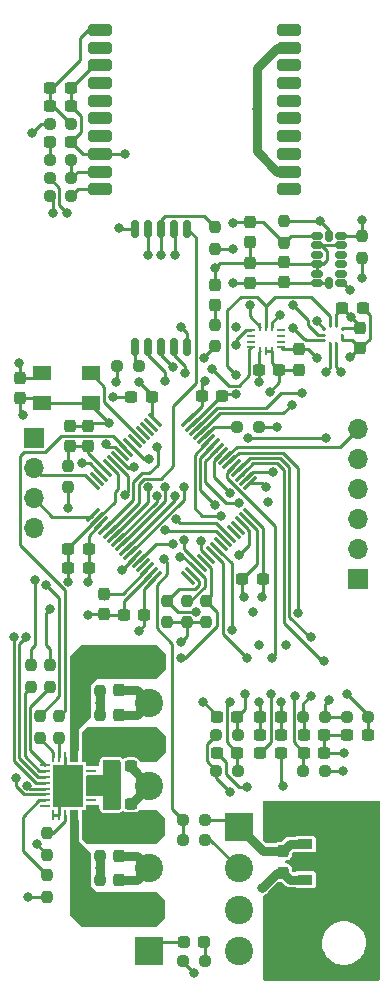
<source format=gtl>
G04 #@! TF.GenerationSoftware,KiCad,Pcbnew,7.0.8*
G04 #@! TF.CreationDate,2023-11-27T14:39:53-06:00*
G04 #@! TF.ProjectId,Flight_Board,466c6967-6874-45f4-926f-6172642e6b69,rev?*
G04 #@! TF.SameCoordinates,Original*
G04 #@! TF.FileFunction,Copper,L1,Top*
G04 #@! TF.FilePolarity,Positive*
%FSLAX46Y46*%
G04 Gerber Fmt 4.6, Leading zero omitted, Abs format (unit mm)*
G04 Created by KiCad (PCBNEW 7.0.8) date 2023-11-27 14:39:53*
%MOMM*%
%LPD*%
G01*
G04 APERTURE LIST*
G04 Aperture macros list*
%AMRoundRect*
0 Rectangle with rounded corners*
0 $1 Rounding radius*
0 $2 $3 $4 $5 $6 $7 $8 $9 X,Y pos of 4 corners*
0 Add a 4 corners polygon primitive as box body*
4,1,4,$2,$3,$4,$5,$6,$7,$8,$9,$2,$3,0*
0 Add four circle primitives for the rounded corners*
1,1,$1+$1,$2,$3*
1,1,$1+$1,$4,$5*
1,1,$1+$1,$6,$7*
1,1,$1+$1,$8,$9*
0 Add four rect primitives between the rounded corners*
20,1,$1+$1,$2,$3,$4,$5,0*
20,1,$1+$1,$4,$5,$6,$7,0*
20,1,$1+$1,$6,$7,$8,$9,0*
20,1,$1+$1,$8,$9,$2,$3,0*%
%AMFreePoly0*
4,1,9,3.862500,-0.866500,0.737500,-0.866500,0.737500,-0.450000,-0.737500,-0.450000,-0.737500,0.450000,0.737500,0.450000,0.737500,0.866500,3.862500,0.866500,3.862500,-0.866500,3.862500,-0.866500,$1*%
G04 Aperture macros list end*
G04 #@! TA.AperFunction,SMDPad,CuDef*
%ADD10RoundRect,0.237500X0.237500X-0.250000X0.237500X0.250000X-0.237500X0.250000X-0.237500X-0.250000X0*%
G04 #@! TD*
G04 #@! TA.AperFunction,SMDPad,CuDef*
%ADD11RoundRect,0.237500X-0.237500X0.300000X-0.237500X-0.300000X0.237500X-0.300000X0.237500X0.300000X0*%
G04 #@! TD*
G04 #@! TA.AperFunction,SMDPad,CuDef*
%ADD12RoundRect,0.237500X0.250000X0.237500X-0.250000X0.237500X-0.250000X-0.237500X0.250000X-0.237500X0*%
G04 #@! TD*
G04 #@! TA.AperFunction,SMDPad,CuDef*
%ADD13RoundRect,0.237500X-0.300000X-0.237500X0.300000X-0.237500X0.300000X0.237500X-0.300000X0.237500X0*%
G04 #@! TD*
G04 #@! TA.AperFunction,SMDPad,CuDef*
%ADD14RoundRect,0.237500X0.300000X0.237500X-0.300000X0.237500X-0.300000X-0.237500X0.300000X-0.237500X0*%
G04 #@! TD*
G04 #@! TA.AperFunction,SMDPad,CuDef*
%ADD15RoundRect,0.237500X-0.237500X0.250000X-0.237500X-0.250000X0.237500X-0.250000X0.237500X0.250000X0*%
G04 #@! TD*
G04 #@! TA.AperFunction,SMDPad,CuDef*
%ADD16RoundRect,0.237500X-0.287500X-0.237500X0.287500X-0.237500X0.287500X0.237500X-0.287500X0.237500X0*%
G04 #@! TD*
G04 #@! TA.AperFunction,SMDPad,CuDef*
%ADD17RoundRect,0.237500X-0.250000X-0.237500X0.250000X-0.237500X0.250000X0.237500X-0.250000X0.237500X0*%
G04 #@! TD*
G04 #@! TA.AperFunction,SMDPad,CuDef*
%ADD18R,1.300000X0.900000*%
G04 #@! TD*
G04 #@! TA.AperFunction,SMDPad,CuDef*
%ADD19FreePoly0,0.000000*%
G04 #@! TD*
G04 #@! TA.AperFunction,SMDPad,CuDef*
%ADD20RoundRect,0.237500X0.237500X-0.300000X0.237500X0.300000X-0.237500X0.300000X-0.237500X-0.300000X0*%
G04 #@! TD*
G04 #@! TA.AperFunction,SMDPad,CuDef*
%ADD21RoundRect,0.237500X-0.237500X0.287500X-0.237500X-0.287500X0.237500X-0.287500X0.237500X0.287500X0*%
G04 #@! TD*
G04 #@! TA.AperFunction,SMDPad,CuDef*
%ADD22R,0.675000X0.250000*%
G04 #@! TD*
G04 #@! TA.AperFunction,SMDPad,CuDef*
%ADD23R,0.250000X0.675000*%
G04 #@! TD*
G04 #@! TA.AperFunction,SMDPad,CuDef*
%ADD24RoundRect,0.062500X-0.362500X-0.062500X0.362500X-0.062500X0.362500X0.062500X-0.362500X0.062500X0*%
G04 #@! TD*
G04 #@! TA.AperFunction,SMDPad,CuDef*
%ADD25RoundRect,0.062500X-0.062500X-0.362500X0.062500X-0.362500X0.062500X0.362500X-0.062500X0.362500X0*%
G04 #@! TD*
G04 #@! TA.AperFunction,ComponentPad*
%ADD26C,0.600000*%
G04 #@! TD*
G04 #@! TA.AperFunction,SMDPad,CuDef*
%ADD27R,2.550000X3.550000*%
G04 #@! TD*
G04 #@! TA.AperFunction,ComponentPad*
%ADD28R,1.700000X1.700000*%
G04 #@! TD*
G04 #@! TA.AperFunction,ComponentPad*
%ADD29O,1.700000X1.700000*%
G04 #@! TD*
G04 #@! TA.AperFunction,SMDPad,CuDef*
%ADD30RoundRect,0.237500X0.287500X0.237500X-0.287500X0.237500X-0.287500X-0.237500X0.287500X-0.237500X0*%
G04 #@! TD*
G04 #@! TA.AperFunction,SMDPad,CuDef*
%ADD31R,1.600000X1.300000*%
G04 #@! TD*
G04 #@! TA.AperFunction,SMDPad,CuDef*
%ADD32RoundRect,0.250000X-0.750000X-0.250000X0.750000X-0.250000X0.750000X0.250000X-0.750000X0.250000X0*%
G04 #@! TD*
G04 #@! TA.AperFunction,SMDPad,CuDef*
%ADD33RoundRect,0.175000X0.175000X-0.575000X0.175000X0.575000X-0.175000X0.575000X-0.175000X-0.575000X0*%
G04 #@! TD*
G04 #@! TA.AperFunction,SMDPad,CuDef*
%ADD34RoundRect,0.075000X-0.548008X0.441942X0.441942X-0.548008X0.548008X-0.441942X-0.441942X0.548008X0*%
G04 #@! TD*
G04 #@! TA.AperFunction,SMDPad,CuDef*
%ADD35RoundRect,0.075000X-0.548008X-0.441942X-0.441942X-0.548008X0.548008X0.441942X0.441942X0.548008X0*%
G04 #@! TD*
G04 #@! TA.AperFunction,SMDPad,CuDef*
%ADD36R,0.254000X0.279400*%
G04 #@! TD*
G04 #@! TA.AperFunction,SMDPad,CuDef*
%ADD37R,0.279400X0.254000*%
G04 #@! TD*
G04 #@! TA.AperFunction,SMDPad,CuDef*
%ADD38RoundRect,0.150000X-0.325000X-0.150000X0.325000X-0.150000X0.325000X0.150000X-0.325000X0.150000X0*%
G04 #@! TD*
G04 #@! TA.AperFunction,SMDPad,CuDef*
%ADD39RoundRect,0.150000X-0.150000X-0.325000X0.150000X-0.325000X0.150000X0.325000X-0.150000X0.325000X0*%
G04 #@! TD*
G04 #@! TA.AperFunction,ComponentPad*
%ADD40R,2.400000X2.400000*%
G04 #@! TD*
G04 #@! TA.AperFunction,ComponentPad*
%ADD41C,2.400000*%
G04 #@! TD*
G04 #@! TA.AperFunction,ViaPad*
%ADD42C,0.800000*%
G04 #@! TD*
G04 #@! TA.AperFunction,Conductor*
%ADD43C,0.250000*%
G04 #@! TD*
G04 #@! TA.AperFunction,Conductor*
%ADD44C,0.762000*%
G04 #@! TD*
G04 APERTURE END LIST*
D10*
G04 #@! TO.P,R8,1*
G04 #@! TO.N,+3.3V*
X166599000Y-84834500D03*
G04 #@! TO.P,R8,2*
G04 #@! TO.N,/Accelerometer/SDA*
X166599000Y-83009500D03*
G04 #@! TD*
D11*
G04 #@! TO.P,C16,1*
G04 #@! TO.N,+3.3V*
X166459000Y-90769000D03*
G04 #@! TO.P,C16,2*
G04 #@! TO.N,GND*
X166459000Y-92494000D03*
G04 #@! TD*
D12*
G04 #@! TO.P,R9,1*
G04 #@! TO.N,Net-(U5-TX)*
X142009500Y-78105000D03*
G04 #@! TO.P,R9,2*
G04 #@! TO.N,/GPS/TXD*
X140184500Y-78105000D03*
G04 #@! TD*
D13*
G04 #@! TO.P,C32,1*
G04 #@! TO.N,/VPYRO*
X145314500Y-131064000D03*
G04 #@! TO.P,C32,2*
G04 #@! TO.N,GND*
X147039500Y-131064000D03*
G04 #@! TD*
G04 #@! TO.P,C24,1*
G04 #@! TO.N,/MicroSD/SDIO_CMD*
X161697500Y-126746000D03*
G04 #@! TO.P,C24,2*
G04 #@! TO.N,GND*
X163422500Y-126746000D03*
G04 #@! TD*
D10*
G04 #@! TO.P,R1,1*
G04 #@! TO.N,+3.3V*
X151765000Y-115720500D03*
G04 #@! TO.P,R1,2*
G04 #@! TO.N,/Barometer/MISO*
X151765000Y-113895500D03*
G04 #@! TD*
G04 #@! TO.P,R2,1*
G04 #@! TO.N,+3.3V*
X150114000Y-115720500D03*
G04 #@! TO.P,R2,2*
G04 #@! TO.N,/CS1*
X150114000Y-113895500D03*
G04 #@! TD*
D14*
G04 #@! TO.P,C28,1*
G04 #@! TO.N,/MicroSD/SDIO_D1*
X156056500Y-126746000D03*
G04 #@! TO.P,C28,2*
G04 #@! TO.N,GND*
X154331500Y-126746000D03*
G04 #@! TD*
D15*
G04 #@! TO.P,R19,1*
G04 #@! TO.N,/Current Switch/EN2*
X139319000Y-123674500D03*
G04 #@! TO.P,R19,2*
G04 #@! TO.N,Net-(U8-EN2)*
X139319000Y-125499500D03*
G04 #@! TD*
D14*
G04 #@! TO.P,C30,1*
G04 #@! TO.N,+3.3V*
X159739500Y-125222000D03*
G04 #@! TO.P,C30,2*
G04 #@! TO.N,GND*
X158014500Y-125222000D03*
G04 #@! TD*
D16*
G04 #@! TO.P,D2,1,K*
G04 #@! TO.N,GND*
X151525000Y-142748000D03*
G04 #@! TO.P,D2,2,A*
G04 #@! TO.N,Net-(D2-A)*
X153275000Y-142748000D03*
G04 #@! TD*
D12*
G04 #@! TO.P,R11,1*
G04 #@! TO.N,Net-(U5-TX)*
X142009500Y-76581000D03*
G04 #@! TO.P,R11,2*
G04 #@! TO.N,Net-(D1-A)*
X140184500Y-76581000D03*
G04 #@! TD*
D17*
G04 #@! TO.P,R17,1*
G04 #@! TO.N,+3.3V*
X154281500Y-125222000D03*
G04 #@! TO.P,R17,2*
G04 #@! TO.N,/MicroSD/SDIO_D0*
X156106500Y-125222000D03*
G04 #@! TD*
D18*
G04 #@! TO.P,U7,1,VIN*
G04 #@! TO.N,/VBAT*
X161800750Y-134493000D03*
D19*
G04 #@! TO.P,U7,2,GND*
G04 #@! TO.N,GND*
X161888250Y-135993000D03*
D18*
G04 #@! TO.P,U7,3,VOUT*
G04 #@! TO.N,+3.3V*
X161800750Y-137493000D03*
G04 #@! TD*
D20*
G04 #@! TO.P,C33,1*
G04 #@! TO.N,/PYRO4*
X146050000Y-139292500D03*
G04 #@! TO.P,C33,2*
G04 #@! TO.N,GND*
X146050000Y-137567500D03*
G04 #@! TD*
D17*
G04 #@! TO.P,FB2,1*
G04 #@! TO.N,+3.3V*
X140184500Y-73533000D03*
G04 #@! TO.P,FB2,2*
G04 #@! TO.N,Net-(U5-VCC)*
X142009500Y-73533000D03*
G04 #@! TD*
D14*
G04 #@! TO.P,C27,1*
G04 #@! TO.N,+3.3V*
X159739500Y-123698000D03*
G04 #@! TO.P,C27,2*
G04 #@! TO.N,GND*
X158014500Y-123698000D03*
G04 #@! TD*
D17*
G04 #@! TO.P,R15,1*
G04 #@! TO.N,+3.3V*
X165330500Y-123698000D03*
G04 #@! TO.P,R15,2*
G04 #@! TO.N,/MicroSD/SDIO_D2*
X167155500Y-123698000D03*
G04 #@! TD*
D14*
G04 #@! TO.P,C4,1*
G04 #@! TO.N,+3.3V*
X148817500Y-96647000D03*
G04 #@! TO.P,C4,2*
G04 #@! TO.N,GND*
X147092500Y-96647000D03*
G04 #@! TD*
D12*
G04 #@! TO.P,R14,1*
G04 #@! TO.N,+3.3V*
X163472500Y-123698000D03*
G04 #@! TO.P,R14,2*
G04 #@! TO.N,/MicroSD/SDIO_D3*
X161647500Y-123698000D03*
G04 #@! TD*
D11*
G04 #@! TO.P,C36,1*
G04 #@! TO.N,/PYRO1*
X146050000Y-119761000D03*
G04 #@! TO.P,C36,2*
G04 #@! TO.N,GND*
X146050000Y-121486000D03*
G04 #@! TD*
D12*
G04 #@! TO.P,R4,1*
G04 #@! TO.N,/VBAT*
X153312500Y-132461000D03*
G04 #@! TO.P,R4,2*
G04 #@! TO.N,/Microcontroller/VBAT_ADC*
X151487500Y-132461000D03*
G04 #@! TD*
D10*
G04 #@! TO.P,R7,1*
G04 #@! TO.N,+3.3V*
X160020000Y-83589500D03*
G04 #@! TO.P,R7,2*
G04 #@! TO.N,/Accelerometer/SCL*
X160020000Y-81764500D03*
G04 #@! TD*
D21*
G04 #@! TO.P,D3,1,K*
G04 #@! TO.N,GND*
X154178000Y-87136000D03*
G04 #@! TO.P,D3,2,A*
G04 #@! TO.N,Net-(D3-A)*
X154178000Y-88886000D03*
G04 #@! TD*
D10*
G04 #@! TO.P,R27,1*
G04 #@! TO.N,/VPYRO*
X144399000Y-121536000D03*
G04 #@! TO.P,R27,2*
G04 #@! TO.N,/PYRO1*
X144399000Y-119711000D03*
G04 #@! TD*
D11*
G04 #@! TO.P,C22,1*
G04 #@! TO.N,+3.3V*
X159940750Y-136908500D03*
G04 #@! TO.P,C22,2*
G04 #@! TO.N,GND*
X159940750Y-138633500D03*
G04 #@! TD*
D13*
G04 #@! TO.P,C18,1*
G04 #@! TO.N,Net-(U5-VCC)*
X140234500Y-72009000D03*
G04 #@! TO.P,C18,2*
G04 #@! TO.N,GND*
X141959500Y-72009000D03*
G04 #@! TD*
D22*
G04 #@! TO.P,U6,1,SDO*
G04 #@! TO.N,/Barometer/MISO*
X157233500Y-90944000D03*
G04 #@! TO.P,U6,2,NC*
G04 #@! TO.N,unconnected-(U6-NC-Pad2)*
X157233500Y-91444000D03*
G04 #@! TO.P,U6,3,NC*
G04 #@! TO.N,unconnected-(U6-NC-Pad3)*
X157233500Y-91944000D03*
G04 #@! TO.P,U6,4,INT1*
G04 #@! TO.N,/IMU/INT1*
X157233500Y-92444000D03*
D23*
G04 #@! TO.P,U6,5,VDDIO*
G04 #@! TO.N,+3.3V*
X157996000Y-92706500D03*
G04 #@! TO.P,U6,6,GNDIO*
G04 #@! TO.N,GND*
X158496000Y-92706500D03*
G04 #@! TO.P,U6,7,GND*
X158996000Y-92706500D03*
D22*
G04 #@! TO.P,U6,8,VDD*
G04 #@! TO.N,+3.3V*
X159758500Y-92444000D03*
G04 #@! TO.P,U6,9,INT2*
G04 #@! TO.N,unconnected-(U6-INT2-Pad9)*
X159758500Y-91944000D03*
G04 #@! TO.P,U6,10,NC*
G04 #@! TO.N,unconnected-(U6-NC-Pad10)*
X159758500Y-91444000D03*
G04 #@! TO.P,U6,11,NC*
G04 #@! TO.N,unconnected-(U6-NC-Pad11)*
X159758500Y-90944000D03*
D23*
G04 #@! TO.P,U6,12,CSB*
G04 #@! TO.N,/CS2*
X158996000Y-90681500D03*
G04 #@! TO.P,U6,13,SCK*
G04 #@! TO.N,/Barometer/SCK*
X158496000Y-90681500D03*
G04 #@! TO.P,U6,14,SDI*
G04 #@! TO.N,/Barometer/MOSI*
X157996000Y-90681500D03*
G04 #@! TD*
D20*
G04 #@! TO.P,C35,1*
G04 #@! TO.N,/PYRO2*
X146050000Y-125322500D03*
G04 #@! TO.P,C35,2*
G04 #@! TO.N,GND*
X146050000Y-123597500D03*
G04 #@! TD*
D14*
G04 #@! TO.P,C3,1*
G04 #@! TO.N,+3.3V*
X143483500Y-111125000D03*
G04 #@! TO.P,C3,2*
G04 #@! TO.N,GND*
X141758500Y-111125000D03*
G04 #@! TD*
D13*
G04 #@! TO.P,C15,1*
G04 #@! TO.N,+3.3V*
X164961500Y-89091500D03*
G04 #@! TO.P,C15,2*
G04 #@! TO.N,GND*
X166686500Y-89091500D03*
G04 #@! TD*
G04 #@! TO.P,C17,1*
G04 #@! TO.N,Net-(U5-VCC)*
X140234500Y-70485000D03*
G04 #@! TO.P,C17,2*
G04 #@! TO.N,GND*
X141959500Y-70485000D03*
G04 #@! TD*
D15*
G04 #@! TO.P,R18,1*
G04 #@! TO.N,/Current Switch/EN1*
X140970000Y-123674500D03*
G04 #@! TO.P,R18,2*
G04 #@! TO.N,Net-(U8-EN1)*
X140970000Y-125499500D03*
G04 #@! TD*
D13*
G04 #@! TO.P,C31,1*
G04 #@! TO.N,/VPYRO*
X145314500Y-127889000D03*
G04 #@! TO.P,C31,2*
G04 #@! TO.N,GND*
X147039500Y-127889000D03*
G04 #@! TD*
G04 #@! TO.P,C9,1*
G04 #@! TO.N,+3.3V*
X153061500Y-96520000D03*
G04 #@! TO.P,C9,2*
G04 #@! TO.N,GND*
X154786500Y-96520000D03*
G04 #@! TD*
D11*
G04 #@! TO.P,C7,1*
G04 #@! TO.N,Net-(U2-VCAP1)*
X144780000Y-113310500D03*
G04 #@! TO.P,C7,2*
G04 #@! TO.N,GND*
X144780000Y-115035500D03*
G04 #@! TD*
D15*
G04 #@! TO.P,R20,1*
G04 #@! TO.N,/Current Switch/EN3*
X140208000Y-119356500D03*
G04 #@! TO.P,R20,2*
G04 #@! TO.N,Net-(U8-EN3)*
X140208000Y-121181500D03*
G04 #@! TD*
D24*
G04 #@! TO.P,U8,1,EN3*
G04 #@! TO.N,Net-(U8-EN3)*
X139786000Y-127790000D03*
G04 #@! TO.P,U8,2,EN4*
G04 #@! TO.N,Net-(U8-EN4)*
X139786000Y-128290000D03*
G04 #@! TO.P,U8,3,~{ST1}*
G04 #@! TO.N,/Current Switch/~{ST1}*
X139786000Y-128790000D03*
G04 #@! TO.P,U8,4,~{ST2}*
G04 #@! TO.N,/Current Switch/~{ST2}*
X139786000Y-129290000D03*
G04 #@! TO.P,U8,5,~{ST3}*
G04 #@! TO.N,/Current Switch/~{ST3}*
X139786000Y-129790000D03*
G04 #@! TO.P,U8,6,~{ST4}*
G04 #@! TO.N,/Current Switch/~{ST4}*
X139786000Y-130290000D03*
G04 #@! TO.P,U8,7,CL*
G04 #@! TO.N,Net-(U8-CL)*
X139786000Y-130790000D03*
G04 #@! TO.P,U8,8,NC*
G04 #@! TO.N,unconnected-(U8-NC-Pad8)*
X139786000Y-131290000D03*
D25*
G04 #@! TO.P,U8,9,GND*
G04 #@! TO.N,GND*
X140486000Y-131990000D03*
G04 #@! TO.P,U8,10,THER*
X140986000Y-131990000D03*
G04 #@! TO.P,U8,11,DIAG_EN*
G04 #@! TO.N,Net-(U8-DIAG_EN)*
X141486000Y-131990000D03*
G04 #@! TO.P,U8,12,OUT4*
G04 #@! TO.N,/PYRO4*
X141986000Y-131990000D03*
G04 #@! TO.P,U8,13,OUT4*
X142486000Y-131990000D03*
G04 #@! TO.P,U8,14,OUT3*
G04 #@! TO.N,/PYRO3*
X142986000Y-131990000D03*
D24*
G04 #@! TO.P,U8,15,OUT3*
X143686000Y-131290000D03*
G04 #@! TO.P,U8,16,NC*
G04 #@! TO.N,unconnected-(U8-NC-Pad16)*
X143686000Y-130790000D03*
G04 #@! TO.P,U8,17,VS*
G04 #@! TO.N,/VPYRO*
X143686000Y-130290000D03*
G04 #@! TO.P,U8,18,VS*
X143686000Y-129790000D03*
G04 #@! TO.P,U8,19,VS*
X143686000Y-129290000D03*
G04 #@! TO.P,U8,20,VS*
X143686000Y-128790000D03*
G04 #@! TO.P,U8,21,NC*
G04 #@! TO.N,unconnected-(U8-NC-Pad21)*
X143686000Y-128290000D03*
G04 #@! TO.P,U8,22,OUT2*
G04 #@! TO.N,/PYRO2*
X143686000Y-127790000D03*
D25*
G04 #@! TO.P,U8,23,OUT2*
X142986000Y-127090000D03*
G04 #@! TO.P,U8,24,OUT1*
G04 #@! TO.N,/PYRO1*
X142486000Y-127090000D03*
G04 #@! TO.P,U8,25,OUT1*
X141986000Y-127090000D03*
G04 #@! TO.P,U8,26,GND*
G04 #@! TO.N,GND*
X141486000Y-127090000D03*
G04 #@! TO.P,U8,27,EN1*
G04 #@! TO.N,Net-(U8-EN1)*
X140986000Y-127090000D03*
G04 #@! TO.P,U8,28,EN2*
G04 #@! TO.N,Net-(U8-EN2)*
X140486000Y-127090000D03*
D26*
G04 #@! TO.P,U8,29,PAD*
G04 #@! TO.N,GND*
X140836000Y-128140000D03*
X140836000Y-128840000D03*
X140836000Y-129540000D03*
X140836000Y-130240000D03*
X140836000Y-130940000D03*
X141736000Y-128140000D03*
X141736000Y-128840000D03*
X141736000Y-129540000D03*
D27*
X141736000Y-129540000D03*
D26*
X141736000Y-130240000D03*
X141736000Y-130940000D03*
X142636000Y-128140000D03*
X142636000Y-128840000D03*
X142636000Y-129540000D03*
X142636000Y-130240000D03*
X142636000Y-130940000D03*
G04 #@! TD*
D15*
G04 #@! TO.P,R21,1*
G04 #@! TO.N,/Current Switch/EN4*
X138557000Y-119356500D03*
G04 #@! TO.P,R21,2*
G04 #@! TO.N,Net-(U8-EN4)*
X138557000Y-121181500D03*
G04 #@! TD*
D14*
G04 #@! TO.P,C8,1*
G04 #@! TO.N,+3.3V*
X158215500Y-112014000D03*
G04 #@! TO.P,C8,2*
G04 #@! TO.N,GND*
X156490500Y-112014000D03*
G04 #@! TD*
D11*
G04 #@! TO.P,C1,1*
G04 #@! TO.N,+3.3V*
X137668000Y-95022500D03*
G04 #@! TO.P,C1,2*
G04 #@! TO.N,GND*
X137668000Y-96747500D03*
G04 #@! TD*
D28*
G04 #@! TO.P,J3,1,Pin_1*
G04 #@! TO.N,+3.3V*
X138811000Y-100086000D03*
D29*
G04 #@! TO.P,J3,2,Pin_2*
G04 #@! TO.N,/Microcontroller/UART_TX*
X138811000Y-102626000D03*
G04 #@! TO.P,J3,3,Pin_3*
G04 #@! TO.N,/Microcontroller/UART_RX*
X138811000Y-105166000D03*
G04 #@! TO.P,J3,4,Pin_4*
G04 #@! TO.N,GND*
X138811000Y-107706000D03*
G04 #@! TD*
D10*
G04 #@! TO.P,R25,1*
G04 #@! TO.N,/VPYRO*
X144399000Y-135532500D03*
G04 #@! TO.P,R25,2*
G04 #@! TO.N,/PYRO3*
X144399000Y-133707500D03*
G04 #@! TD*
G04 #@! TO.P,R23,1*
G04 #@! TO.N,+3.3V*
X139954000Y-135405500D03*
G04 #@! TO.P,R23,2*
G04 #@! TO.N,Net-(U8-DIAG_EN)*
X139954000Y-133580500D03*
G04 #@! TD*
D11*
G04 #@! TO.P,C34,1*
G04 #@! TO.N,/PYRO3*
X146050000Y-133757500D03*
G04 #@! TO.P,C34,2*
G04 #@! TO.N,GND*
X146050000Y-135482500D03*
G04 #@! TD*
D20*
G04 #@! TO.P,C11,1*
G04 #@! TO.N,Net-(U2-VDDA)*
X141859000Y-100811500D03*
G04 #@! TO.P,C11,2*
G04 #@! TO.N,GND*
X141859000Y-99086500D03*
G04 #@! TD*
D14*
G04 #@! TO.P,C6,1*
G04 #@! TO.N,+3.3V*
X148182500Y-115062000D03*
G04 #@! TO.P,C6,2*
G04 #@! TO.N,GND*
X146457500Y-115062000D03*
G04 #@! TD*
D30*
G04 #@! TO.P,D1,1,K*
G04 #@! TO.N,GND*
X141972000Y-75057000D03*
G04 #@! TO.P,D1,2,A*
G04 #@! TO.N,Net-(D1-A)*
X140222000Y-75057000D03*
G04 #@! TD*
D28*
G04 #@! TO.P,J4,1,Pin_1*
G04 #@! TO.N,+3.3V*
X166243000Y-112014000D03*
D29*
G04 #@! TO.P,J4,2,Pin_2*
G04 #@! TO.N,/Microcontroller/SWCLK*
X166243000Y-109474000D03*
G04 #@! TO.P,J4,3,Pin_3*
G04 #@! TO.N,GND*
X166243000Y-106934000D03*
G04 #@! TO.P,J4,4,Pin_4*
G04 #@! TO.N,/Microcontroller/SWDIO*
X166243000Y-104394000D03*
G04 #@! TO.P,J4,5,Pin_5*
G04 #@! TO.N,/Microcontroller/NRST*
X166243000Y-101854000D03*
G04 #@! TO.P,J4,6,Pin_6*
G04 #@! TO.N,/Microcontroller/SWO*
X166243000Y-99314000D03*
G04 #@! TD*
D14*
G04 #@! TO.P,C29,1*
G04 #@! TO.N,/MicroSD/SDIO_D0*
X156056500Y-123698000D03*
G04 #@! TO.P,C29,2*
G04 #@! TO.N,GND*
X154331500Y-123698000D03*
G04 #@! TD*
D20*
G04 #@! TO.P,C14,1*
G04 #@! TO.N,+3.3V*
X160020000Y-86942000D03*
G04 #@! TO.P,C14,2*
G04 #@! TO.N,GND*
X160020000Y-85217000D03*
G04 #@! TD*
D31*
G04 #@! TO.P,U1,1,GND*
G04 #@! TO.N,GND*
X139555000Y-97135000D03*
G04 #@! TO.P,U1,2,GND*
X143655000Y-97135000D03*
G04 #@! TO.P,U1,3,OUT*
G04 #@! TO.N,/Microcontroller/TCXO_OUT*
X143655000Y-94635000D03*
G04 #@! TO.P,U1,4,VDD*
G04 #@! TO.N,+3.3V*
X139555000Y-94635000D03*
G04 #@! TD*
D17*
G04 #@! TO.P,R10,1*
G04 #@! TO.N,/GPS/RXD*
X140184500Y-79629000D03*
G04 #@! TO.P,R10,2*
G04 #@! TO.N,Net-(U5-RX)*
X142009500Y-79629000D03*
G04 #@! TD*
G04 #@! TO.P,R5,1*
G04 #@! TO.N,/Microcontroller/VBAT_ADC*
X151487500Y-134112000D03*
G04 #@! TO.P,R5,2*
G04 #@! TO.N,GND*
X153312500Y-134112000D03*
G04 #@! TD*
D20*
G04 #@! TO.P,C21,1*
G04 #@! TO.N,/VBAT*
X159940750Y-135077500D03*
G04 #@! TO.P,C21,2*
G04 #@! TO.N,GND*
X159940750Y-133352500D03*
G04 #@! TD*
D10*
G04 #@! TO.P,FB1,1*
G04 #@! TO.N,+3.3V*
X141732000Y-104290500D03*
G04 #@! TO.P,FB1,2*
G04 #@! TO.N,Net-(U2-VDDA)*
X141732000Y-102465500D03*
G04 #@! TD*
D13*
G04 #@! TO.P,C23,1*
G04 #@! TO.N,/MicroSD/SDIO_CLK*
X158014500Y-126746000D03*
G04 #@! TO.P,C23,2*
G04 #@! TO.N,GND*
X159739500Y-126746000D03*
G04 #@! TD*
D32*
G04 #@! TO.P,U5,1,VCC*
G04 #@! TO.N,Net-(U5-VCC)*
X144454000Y-65551000D03*
G04 #@! TO.P,U5,2,NRESET*
G04 #@! TO.N,unconnected-(U5-NRESET-Pad2)*
X144454000Y-67051000D03*
G04 #@! TO.P,U5,3,GND*
G04 #@! TO.N,GND*
X144454000Y-68551000D03*
G04 #@! TO.P,U5,4,VBACKUP*
G04 #@! TO.N,unconnected-(U5-VBACKUP-Pad4)*
X144454000Y-70051000D03*
G04 #@! TO.P,U5,5,3D-FIX*
G04 #@! TO.N,unconnected-(U5-3D-FIX-Pad5)*
X144454000Y-71551000D03*
G04 #@! TO.P,U5,6,NC*
G04 #@! TO.N,unconnected-(U5-NC-Pad6)*
X144454000Y-73051000D03*
G04 #@! TO.P,U5,7,NC*
G04 #@! TO.N,unconnected-(U5-NC-Pad7)*
X144454000Y-74551000D03*
G04 #@! TO.P,U5,8,GND*
G04 #@! TO.N,GND*
X144454000Y-76051000D03*
G04 #@! TO.P,U5,9,TX*
G04 #@! TO.N,Net-(U5-TX)*
X144454000Y-77551000D03*
G04 #@! TO.P,U5,10,RX*
G04 #@! TO.N,Net-(U5-RX)*
X144454000Y-79051000D03*
G04 #@! TO.P,U5,11,EX_ANT*
G04 #@! TO.N,unconnected-(U5-EX_ANT-Pad11)*
X160454000Y-79051000D03*
G04 #@! TO.P,U5,12,GND*
G04 #@! TO.N,GND*
X160454000Y-77551000D03*
G04 #@! TO.P,U5,13,1PPS*
G04 #@! TO.N,unconnected-(U5-1PPS-Pad13)*
X160454000Y-76051000D03*
G04 #@! TO.P,U5,14,RTCM*
G04 #@! TO.N,unconnected-(U5-RTCM-Pad14)*
X160454000Y-74551000D03*
G04 #@! TO.P,U5,15,NC*
G04 #@! TO.N,unconnected-(U5-NC-Pad15)*
X160454000Y-73051000D03*
G04 #@! TO.P,U5,16,NC*
G04 #@! TO.N,unconnected-(U5-NC-Pad16)*
X160454000Y-71551000D03*
G04 #@! TO.P,U5,17,NC*
G04 #@! TO.N,unconnected-(U5-NC-Pad17)*
X160454000Y-70051000D03*
G04 #@! TO.P,U5,18,NC*
G04 #@! TO.N,unconnected-(U5-NC-Pad18)*
X160454000Y-68551000D03*
G04 #@! TO.P,U5,19,GND*
G04 #@! TO.N,GND*
X160454000Y-67051000D03*
G04 #@! TO.P,U5,20,NC*
G04 #@! TO.N,unconnected-(U5-NC-Pad20)*
X160454000Y-65551000D03*
G04 #@! TD*
D14*
G04 #@! TO.P,C5,1*
G04 #@! TO.N,+3.3V*
X143483500Y-109474000D03*
G04 #@! TO.P,C5,2*
G04 #@! TO.N,GND*
X141758500Y-109474000D03*
G04 #@! TD*
D33*
G04 #@! TO.P,U9,1,ANT_SW*
G04 #@! TO.N,Net-(U9-ANT_SW)*
X147415000Y-92376000D03*
G04 #@! TO.P,U9,2,NRST*
G04 #@! TO.N,/LoRa/LORA_RST*
X148515000Y-92376000D03*
G04 #@! TO.P,U9,3,BUSY*
G04 #@! TO.N,/LoRa/LORA_BUSY*
X149615000Y-92376000D03*
G04 #@! TO.P,U9,4,DIO1*
G04 #@! TO.N,/LoRa/LORA_DIO1*
X150715000Y-92376000D03*
G04 #@! TO.P,U9,5,VDD*
G04 #@! TO.N,+3.3V*
X151815000Y-92376000D03*
G04 #@! TO.P,U9,6,SCK*
G04 #@! TO.N,/LoRa/LORA_SCK*
X151815000Y-82376000D03*
G04 #@! TO.P,U9,7,MOSI*
G04 #@! TO.N,/LoRa/LORA_MOSI*
X150715000Y-82376000D03*
G04 #@! TO.P,U9,8,MISO*
G04 #@! TO.N,/LoRa/LORA_MISO*
X149615000Y-82376000D03*
G04 #@! TO.P,U9,9,NSS*
G04 #@! TO.N,/LoRa/LORA_NSS*
X148515000Y-82376000D03*
G04 #@! TO.P,U9,10,GND*
G04 #@! TO.N,GND*
X147415000Y-82376000D03*
G04 #@! TD*
D10*
G04 #@! TO.P,R3,1*
G04 #@! TO.N,+3.3V*
X153416000Y-115720500D03*
G04 #@! TO.P,R3,2*
G04 #@! TO.N,/CS2*
X153416000Y-113895500D03*
G04 #@! TD*
D34*
G04 #@! TO.P,U2,1,VBAT*
G04 #@! TO.N,+3.3V*
X149133819Y-98618519D03*
G04 #@! TO.P,U2,2,PC13*
G04 #@! TO.N,unconnected-(U2-PC13-Pad2)*
X148780266Y-98972072D03*
G04 #@! TO.P,U2,3,PC14*
G04 #@! TO.N,unconnected-(U2-PC14-Pad3)*
X148426713Y-99325625D03*
G04 #@! TO.P,U2,4,PC15*
G04 #@! TO.N,unconnected-(U2-PC15-Pad4)*
X148073159Y-99679179D03*
G04 #@! TO.P,U2,5,PH0*
G04 #@! TO.N,/Microcontroller/TCXO_OUT*
X147719606Y-100032732D03*
G04 #@! TO.P,U2,6,PH1*
G04 #@! TO.N,unconnected-(U2-PH1-Pad6)*
X147366052Y-100386286D03*
G04 #@! TO.P,U2,7,NRST*
G04 #@! TO.N,/Microcontroller/NRST*
X147012499Y-100739839D03*
G04 #@! TO.P,U2,8,PC0*
G04 #@! TO.N,/Current Switch/EN1*
X146658946Y-101093392D03*
G04 #@! TO.P,U2,9,PC1*
G04 #@! TO.N,/Current Switch/EN2*
X146305392Y-101446946D03*
G04 #@! TO.P,U2,10,PC2*
G04 #@! TO.N,/Current Switch/EN3*
X145951839Y-101800499D03*
G04 #@! TO.P,U2,11,PC3*
G04 #@! TO.N,/Current Switch/EN4*
X145598286Y-102154052D03*
G04 #@! TO.P,U2,12,VSSA*
G04 #@! TO.N,GND*
X145244732Y-102507606D03*
G04 #@! TO.P,U2,13,VDDA*
G04 #@! TO.N,Net-(U2-VDDA)*
X144891179Y-102861159D03*
G04 #@! TO.P,U2,14,PA0*
G04 #@! TO.N,/Microcontroller/VBAT_ADC*
X144537625Y-103214713D03*
G04 #@! TO.P,U2,15,PA1*
G04 #@! TO.N,unconnected-(U2-PA1-Pad15)*
X144184072Y-103568266D03*
G04 #@! TO.P,U2,16,PA2*
G04 #@! TO.N,/Microcontroller/UART_TX*
X143830519Y-103921819D03*
D35*
G04 #@! TO.P,U2,17,PA3*
G04 #@! TO.N,/Microcontroller/UART_RX*
X143830519Y-106644181D03*
G04 #@! TO.P,U2,18,VSS*
G04 #@! TO.N,GND*
X144184072Y-106997734D03*
G04 #@! TO.P,U2,19,VDD*
G04 #@! TO.N,+3.3V*
X144537625Y-107351287D03*
G04 #@! TO.P,U2,20,PA4*
G04 #@! TO.N,/LoRa/LORA_NSS*
X144891179Y-107704841D03*
G04 #@! TO.P,U2,21,PA5*
G04 #@! TO.N,/LoRa/LORA_SCK*
X145244732Y-108058394D03*
G04 #@! TO.P,U2,22,PA6*
G04 #@! TO.N,/LoRa/LORA_MISO*
X145598286Y-108411948D03*
G04 #@! TO.P,U2,23,PA7*
G04 #@! TO.N,/LoRa/LORA_MOSI*
X145951839Y-108765501D03*
G04 #@! TO.P,U2,24,PC4*
G04 #@! TO.N,/LoRa/LORA_RST*
X146305392Y-109119054D03*
G04 #@! TO.P,U2,25,PC5*
G04 #@! TO.N,/LoRa/LORA_BUSY*
X146658946Y-109472608D03*
G04 #@! TO.P,U2,26,PB0*
G04 #@! TO.N,/LoRa/LORA_DIO1*
X147012499Y-109826161D03*
G04 #@! TO.P,U2,27,PB1*
G04 #@! TO.N,/Barometer/INT*
X147366052Y-110179714D03*
G04 #@! TO.P,U2,28,PB2*
G04 #@! TO.N,/IMU/INT1*
X147719606Y-110533268D03*
G04 #@! TO.P,U2,29,PB10*
G04 #@! TO.N,unconnected-(U2-PB10-Pad29)*
X148073159Y-110886821D03*
G04 #@! TO.P,U2,30,VCAP1*
G04 #@! TO.N,Net-(U2-VCAP1)*
X148426713Y-111240375D03*
G04 #@! TO.P,U2,31,VSS*
G04 #@! TO.N,GND*
X148780266Y-111593928D03*
G04 #@! TO.P,U2,32,VDD*
G04 #@! TO.N,+3.3V*
X149133819Y-111947481D03*
D34*
G04 #@! TO.P,U2,33,PB12*
G04 #@! TO.N,unconnected-(U2-PB12-Pad33)*
X151856181Y-111947481D03*
G04 #@! TO.P,U2,34,PB13*
G04 #@! TO.N,/CS1*
X152209734Y-111593928D03*
G04 #@! TO.P,U2,35,PB14*
G04 #@! TO.N,/Barometer/MISO*
X152563287Y-111240375D03*
G04 #@! TO.P,U2,36,PB15*
G04 #@! TO.N,/Barometer/MOSI*
X152916841Y-110886821D03*
G04 #@! TO.P,U2,37,PC6*
G04 #@! TO.N,/CS2*
X153270394Y-110533268D03*
G04 #@! TO.P,U2,38,PC7*
G04 #@! TO.N,/Barometer/SCK*
X153623948Y-110179714D03*
G04 #@! TO.P,U2,39,PC8*
G04 #@! TO.N,/MicroSD/SDIO_D0*
X153977501Y-109826161D03*
G04 #@! TO.P,U2,40,PC9*
G04 #@! TO.N,/MicroSD/SDIO_D1*
X154331054Y-109472608D03*
G04 #@! TO.P,U2,41,PA8*
G04 #@! TO.N,unconnected-(U2-PA8-Pad41)*
X154684608Y-109119054D03*
G04 #@! TO.P,U2,42,PA9*
G04 #@! TO.N,/GPS/RXD*
X155038161Y-108765501D03*
G04 #@! TO.P,U2,43,PA10*
G04 #@! TO.N,/GPS/TXD*
X155391714Y-108411948D03*
G04 #@! TO.P,U2,44,PA11*
G04 #@! TO.N,unconnected-(U2-PA11-Pad44)*
X155745268Y-108058394D03*
G04 #@! TO.P,U2,45,PA12*
G04 #@! TO.N,unconnected-(U2-PA12-Pad45)*
X156098821Y-107704841D03*
G04 #@! TO.P,U2,46,PA13*
G04 #@! TO.N,/Microcontroller/SWDIO*
X156452375Y-107351287D03*
G04 #@! TO.P,U2,47,VSS*
G04 #@! TO.N,GND*
X156805928Y-106997734D03*
G04 #@! TO.P,U2,48,VDD*
G04 #@! TO.N,+3.3V*
X157159481Y-106644181D03*
D35*
G04 #@! TO.P,U2,49,PA14*
G04 #@! TO.N,/Microcontroller/SWCLK*
X157159481Y-103921819D03*
G04 #@! TO.P,U2,50,PA15*
G04 #@! TO.N,/Accelerometer/INT1*
X156805928Y-103568266D03*
G04 #@! TO.P,U2,51,PC10*
G04 #@! TO.N,/MicroSD/SDIO_D2*
X156452375Y-103214713D03*
G04 #@! TO.P,U2,52,PC11*
G04 #@! TO.N,/MicroSD/SDIO_D3*
X156098821Y-102861159D03*
G04 #@! TO.P,U2,53,PC12*
G04 #@! TO.N,/MicroSD/SDIO_CLK*
X155745268Y-102507606D03*
G04 #@! TO.P,U2,54,PD2*
G04 #@! TO.N,/MicroSD/SDIO_CMD*
X155391714Y-102154052D03*
G04 #@! TO.P,U2,55,PB3*
G04 #@! TO.N,/Microcontroller/SWO*
X155038161Y-101800499D03*
G04 #@! TO.P,U2,56,PB4*
G04 #@! TO.N,/Current Switch/~{ST4}*
X154684608Y-101446946D03*
G04 #@! TO.P,U2,57,PB5*
G04 #@! TO.N,/Current Switch/~{ST3}*
X154331054Y-101093392D03*
G04 #@! TO.P,U2,58,PB6*
G04 #@! TO.N,/Current Switch/~{ST2}*
X153977501Y-100739839D03*
G04 #@! TO.P,U2,59,PB7*
G04 #@! TO.N,/Current Switch/~{ST1}*
X153623948Y-100386286D03*
G04 #@! TO.P,U2,60,BOOT0*
G04 #@! TO.N,Net-(U2-BOOT0)*
X153270394Y-100032732D03*
G04 #@! TO.P,U2,61,PB8*
G04 #@! TO.N,/Accelerometer/SCL*
X152916841Y-99679179D03*
G04 #@! TO.P,U2,62,PB9*
G04 #@! TO.N,/Accelerometer/SDA*
X152563287Y-99325625D03*
G04 #@! TO.P,U2,63,VSS*
G04 #@! TO.N,GND*
X152209734Y-98972072D03*
G04 #@! TO.P,U2,64,VDD*
G04 #@! TO.N,+3.3V*
X151856181Y-98618519D03*
G04 #@! TD*
D12*
G04 #@! TO.P,R13,1*
G04 #@! TO.N,+3.3V*
X163472500Y-128270000D03*
G04 #@! TO.P,R13,2*
G04 #@! TO.N,/MicroSD/SDIO_CMD*
X161647500Y-128270000D03*
G04 #@! TD*
D20*
G04 #@! TO.P,C10,1*
G04 #@! TO.N,Net-(U2-VDDA)*
X143383000Y-100811500D03*
G04 #@! TO.P,C10,2*
G04 #@! TO.N,GND*
X143383000Y-99086500D03*
G04 #@! TD*
D36*
G04 #@! TO.P,U4,1,VDDIO*
G04 #@! TO.N,+3.3V*
X164423063Y-90601700D03*
G04 #@! TO.P,U4,2,SCK*
G04 #@! TO.N,/Barometer/SCK*
X163922937Y-90601700D03*
D37*
G04 #@! TO.P,U4,3,VSS*
G04 #@! TO.N,GND*
X163423700Y-90850874D03*
G04 #@! TO.P,U4,4,SDI*
G04 #@! TO.N,/Barometer/MOSI*
X163423700Y-91351000D03*
G04 #@! TO.P,U4,5,SDO*
G04 #@! TO.N,/Barometer/MISO*
X163423700Y-91851126D03*
D36*
G04 #@! TO.P,U4,6,CSB*
G04 #@! TO.N,/CS1*
X163922937Y-92100300D03*
G04 #@! TO.P,U4,7,INT*
G04 #@! TO.N,/Barometer/INT*
X164423063Y-92100300D03*
D37*
G04 #@! TO.P,U4,8,VSS*
G04 #@! TO.N,GND*
X164922300Y-91851126D03*
G04 #@! TO.P,U4,9,VSS*
X164922300Y-91351000D03*
G04 #@! TO.P,U4,10,VDD*
G04 #@! TO.N,+3.3V*
X164922300Y-90850874D03*
G04 #@! TD*
D11*
G04 #@! TO.P,C19,1*
G04 #@! TO.N,+3.3V*
X161290000Y-92597500D03*
G04 #@! TO.P,C19,2*
G04 #@! TO.N,GND*
X161290000Y-94322500D03*
G04 #@! TD*
D15*
G04 #@! TO.P,R26,1*
G04 #@! TO.N,/VPYRO*
X144399000Y-123547500D03*
G04 #@! TO.P,R26,2*
G04 #@! TO.N,/PYRO2*
X144399000Y-125372500D03*
G04 #@! TD*
D14*
G04 #@! TO.P,C26,1*
G04 #@! TO.N,/MicroSD/SDIO_D2*
X167105500Y-125222000D03*
G04 #@! TO.P,C26,2*
G04 #@! TO.N,GND*
X165380500Y-125222000D03*
G04 #@! TD*
D10*
G04 #@! TO.P,R22,1*
G04 #@! TO.N,GND*
X139954000Y-138961500D03*
G04 #@! TO.P,R22,2*
G04 #@! TO.N,Net-(U8-CL)*
X139954000Y-137136500D03*
G04 #@! TD*
G04 #@! TO.P,R28,1*
G04 #@! TO.N,/LoRa/LORA_BUSY*
X154178000Y-92352500D03*
G04 #@! TO.P,R28,2*
G04 #@! TO.N,Net-(D3-A)*
X154178000Y-90527500D03*
G04 #@! TD*
D13*
G04 #@! TO.P,C25,1*
G04 #@! TO.N,/MicroSD/SDIO_D3*
X161697500Y-125222000D03*
G04 #@! TO.P,C25,2*
G04 #@! TO.N,GND*
X163422500Y-125222000D03*
G04 #@! TD*
D10*
G04 #@! TO.P,R30,1*
G04 #@! TO.N,+3.3V*
X154178000Y-84097500D03*
G04 #@! TO.P,R30,2*
G04 #@! TO.N,/LoRa/LORA_MISO*
X154178000Y-82272500D03*
G04 #@! TD*
D13*
G04 #@! TO.P,C20,1*
G04 #@! TO.N,+3.3V*
X157887500Y-94361000D03*
G04 #@! TO.P,C20,2*
G04 #@! TO.N,GND*
X159612500Y-94361000D03*
G04 #@! TD*
D17*
G04 #@! TO.P,R29,1*
G04 #@! TO.N,+3.3V*
X145899500Y-93980000D03*
G04 #@! TO.P,R29,2*
G04 #@! TO.N,Net-(U9-ANT_SW)*
X147724500Y-93980000D03*
G04 #@! TD*
D20*
G04 #@! TO.P,C12,1*
G04 #@! TO.N,GND*
X157099000Y-83516000D03*
G04 #@! TO.P,C12,2*
G04 #@! TO.N,+3.3V*
X157099000Y-81791000D03*
G04 #@! TD*
D38*
G04 #@! TO.P,U3,1,VDDIO*
G04 #@! TO.N,+3.3V*
X162821000Y-82995000D03*
G04 #@! TO.P,U3,2,GND*
G04 #@! TO.N,GND*
X162821000Y-83795000D03*
G04 #@! TO.P,U3,3,NC*
G04 #@! TO.N,unconnected-(U3-NC-Pad3)*
X162821000Y-84595000D03*
G04 #@! TO.P,U3,4,GND*
G04 #@! TO.N,GND*
X162821000Y-85395000D03*
G04 #@! TO.P,U3,5,GND*
X162821000Y-86195000D03*
G04 #@! TO.P,U3,6,VS*
G04 #@! TO.N,+3.3V*
X162821000Y-86995000D03*
D39*
G04 #@! TO.P,U3,7,~{CS}*
X163821000Y-86995000D03*
D38*
G04 #@! TO.P,U3,8,INT1*
G04 #@! TO.N,/Accelerometer/INT1*
X164821000Y-86995000D03*
G04 #@! TO.P,U3,9,INT2*
G04 #@! TO.N,unconnected-(U3-INT2-Pad9)*
X164821000Y-86195000D03*
G04 #@! TO.P,U3,10,NC*
G04 #@! TO.N,unconnected-(U3-NC-Pad10)*
X164821000Y-85395000D03*
G04 #@! TO.P,U3,11,NC*
G04 #@! TO.N,unconnected-(U3-NC-Pad11)*
X164821000Y-84595000D03*
G04 #@! TO.P,U3,12,SDO/ADDR*
G04 #@! TO.N,GND*
X164821000Y-83795000D03*
G04 #@! TO.P,U3,13,SDI/SDA*
G04 #@! TO.N,/Accelerometer/SDA*
X164821000Y-82995000D03*
D39*
G04 #@! TO.P,U3,14,SCK*
G04 #@! TO.N,/Accelerometer/SCL*
X163821000Y-82995000D03*
G04 #@! TD*
D15*
G04 #@! TO.P,R24,1*
G04 #@! TO.N,/VPYRO*
X144399000Y-137517500D03*
G04 #@! TO.P,R24,2*
G04 #@! TO.N,/PYRO4*
X144399000Y-139342500D03*
G04 #@! TD*
D20*
G04 #@! TO.P,C13,1*
G04 #@! TO.N,+3.3V*
X157099000Y-87002000D03*
G04 #@! TO.P,C13,2*
G04 #@! TO.N,GND*
X157099000Y-85277000D03*
G04 #@! TD*
D17*
G04 #@! TO.P,R16,1*
G04 #@! TO.N,+3.3V*
X154281500Y-128270000D03*
G04 #@! TO.P,R16,2*
G04 #@! TO.N,/MicroSD/SDIO_D1*
X156106500Y-128270000D03*
G04 #@! TD*
G04 #@! TO.P,R6,1*
G04 #@! TO.N,Net-(U2-BOOT0)*
X156059500Y-99187000D03*
G04 #@! TO.P,R6,2*
G04 #@! TO.N,GND*
X157884500Y-99187000D03*
G04 #@! TD*
G04 #@! TO.P,R12,1*
G04 #@! TO.N,+3.3V*
X151487500Y-144399000D03*
G04 #@! TO.P,R12,2*
G04 #@! TO.N,Net-(D2-A)*
X153312500Y-144399000D03*
G04 #@! TD*
D40*
G04 #@! TO.P,J2,1,Pin_1*
G04 #@! TO.N,GND*
X148590000Y-143540000D03*
D41*
G04 #@! TO.P,J2,2,Pin_2*
G04 #@! TO.N,/PYRO4*
X148590000Y-140040000D03*
G04 #@! TO.P,J2,3,Pin_3*
G04 #@! TO.N,GND*
X148590000Y-136540000D03*
G04 #@! TO.P,J2,4,Pin_4*
G04 #@! TO.N,/PYRO3*
X148590000Y-133040000D03*
G04 #@! TO.P,J2,5,Pin_5*
G04 #@! TO.N,GND*
X148590000Y-129540000D03*
G04 #@! TO.P,J2,6,Pin_6*
G04 #@! TO.N,/PYRO2*
X148590000Y-126040000D03*
G04 #@! TO.P,J2,7,Pin_7*
G04 #@! TO.N,GND*
X148590000Y-122540000D03*
G04 #@! TO.P,J2,8,Pin_8*
G04 #@! TO.N,/PYRO1*
X148590000Y-119040000D03*
G04 #@! TD*
D40*
G04 #@! TO.P,J1,1,Pin_1*
G04 #@! TO.N,/VBAT*
X156210000Y-133040000D03*
D41*
G04 #@! TO.P,J1,2,Pin_2*
G04 #@! TO.N,GND*
X156210000Y-136540000D03*
G04 #@! TO.P,J1,3,Pin_3*
G04 #@! TO.N,/VPYRO*
X156210000Y-140040000D03*
G04 #@! TO.P,J1,4,Pin_4*
G04 #@! TO.N,GND*
X156210000Y-143540000D03*
G04 #@! TD*
D42*
G04 #@! TO.N,+3.3V*
X162776500Y-93345000D03*
X155732500Y-87002000D03*
X153352853Y-95313853D03*
X158115000Y-113538000D03*
X160147000Y-117602000D03*
X155448000Y-130048000D03*
X158115000Y-138176000D03*
X159766000Y-122428000D03*
X165697000Y-89827000D03*
X151257000Y-90678000D03*
X151257000Y-117348000D03*
X166599000Y-86589000D03*
X147701000Y-116459000D03*
X145796000Y-95377000D03*
X147701000Y-95377000D03*
X164973000Y-128270000D03*
X155702000Y-84074000D03*
X155702000Y-81915000D03*
X141732000Y-106045000D03*
X157861000Y-95377000D03*
X137541000Y-93726000D03*
X163830000Y-122301000D03*
X139065000Y-134526250D03*
X143383000Y-112268000D03*
X152400000Y-145415000D03*
X138684000Y-74295000D03*
G04 #@! TO.N,GND*
X163577750Y-137390000D03*
X166244750Y-134596000D03*
X154178000Y-85725000D03*
X165355750Y-134596000D03*
X163577750Y-138279000D03*
X164466750Y-138279000D03*
X157861000Y-122428000D03*
X166244750Y-135485000D03*
X143383000Y-115062000D03*
X159385000Y-99187000D03*
X165100000Y-126746000D03*
X159893000Y-129540000D03*
X165570000Y-93256000D03*
X165355750Y-133707000D03*
X162776000Y-90234500D03*
X166244750Y-136501000D03*
X137922000Y-98171000D03*
X146050000Y-82296000D03*
X157734000Y-72263000D03*
X167133750Y-138279000D03*
X166244750Y-138279000D03*
X146558000Y-76073000D03*
X153162000Y-122428000D03*
X166244750Y-133707000D03*
X167133750Y-137390000D03*
X167133750Y-134596000D03*
X155956000Y-96393000D03*
X145161000Y-98806000D03*
X157872000Y-117602000D03*
X164466750Y-133707000D03*
X156591000Y-113538000D03*
X158809200Y-96198200D03*
X164466750Y-137390000D03*
X165355750Y-138279000D03*
X141732000Y-112268000D03*
X167133750Y-133707000D03*
X138303000Y-138938000D03*
X167133750Y-136501000D03*
X165355750Y-137390000D03*
X166244750Y-137390000D03*
X156845000Y-129667000D03*
X163577750Y-134596000D03*
X145542000Y-96647000D03*
X167133750Y-135485000D03*
X163577750Y-133707000D03*
X164466750Y-134596000D03*
G04 #@! TO.N,/Microcontroller/NRST*
X156972000Y-100113500D03*
X163576000Y-100113500D03*
X148590000Y-101854000D03*
G04 #@! TO.N,/MicroSD/SDIO_CLK*
X158877000Y-121793000D03*
X158972000Y-118745000D03*
G04 #@! TO.N,/MicroSD/SDIO_CMD*
X160909000Y-121920000D03*
X161172000Y-114935000D03*
G04 #@! TO.N,/MicroSD/SDIO_D3*
X162306000Y-121920000D03*
X162272000Y-116967000D03*
G04 #@! TO.N,/MicroSD/SDIO_D2*
X163372000Y-118999000D03*
X165354000Y-121793000D03*
G04 #@! TO.N,/MicroSD/SDIO_D1*
X155575000Y-116332000D03*
X155448000Y-122428000D03*
G04 #@! TO.N,/MicroSD/SDIO_D0*
X156845000Y-118745000D03*
X156718000Y-121793000D03*
G04 #@! TO.N,/VPYRO*
X145542000Y-129921000D03*
X144399000Y-122555000D03*
X145542000Y-129032000D03*
X144399000Y-136525000D03*
X144780000Y-129540000D03*
G04 #@! TO.N,/Microcontroller/SWCLK*
X158496000Y-104267000D03*
G04 #@! TO.N,/Microcontroller/SWDIO*
X156218952Y-109990952D03*
G04 #@! TO.N,/Microcontroller/VBAT_ADC*
X142875000Y-102235000D03*
X149860000Y-110363000D03*
G04 #@! TO.N,/Accelerometer/SCL*
X160655000Y-97282000D03*
X163043000Y-81712000D03*
G04 #@! TO.N,/Accelerometer/SDA*
X166599000Y-81636000D03*
X161544000Y-96266000D03*
G04 #@! TO.N,/GPS/TXD*
X141672800Y-81085200D03*
X150884233Y-106979732D03*
G04 #@! TO.N,/GPS/RXD*
X140462000Y-81026000D03*
X149966134Y-107938530D03*
G04 #@! TO.N,/Current Switch/EN2*
X144907000Y-100630166D03*
X139856687Y-112534723D03*
G04 #@! TO.N,/Current Switch/EN3*
X147357065Y-102570337D03*
X140208000Y-114612500D03*
G04 #@! TO.N,/Current Switch/EN4*
X146526500Y-104902000D03*
X138938000Y-112141000D03*
G04 #@! TO.N,/LoRa/LORA_BUSY*
X150622000Y-94107000D03*
X150785781Y-105028281D03*
X153251500Y-93345000D03*
G04 #@! TO.N,/Barometer/MISO*
X151174234Y-110165146D03*
X160819500Y-90820750D03*
X155955500Y-92202000D03*
G04 #@! TO.N,/LoRa/LORA_MISO*
X149606000Y-84582000D03*
X148463000Y-104267000D03*
G04 #@! TO.N,/Accelerometer/INT1*
X159126701Y-103001299D03*
X165583000Y-87605000D03*
G04 #@! TO.N,/LoRa/LORA_MOSI*
X149225000Y-105029000D03*
X150749000Y-84582000D03*
G04 #@! TO.N,/LoRa/LORA_NSS*
X149298500Y-100838000D03*
X148463000Y-84582000D03*
G04 #@! TO.N,/LoRa/LORA_RST*
X149949500Y-95250000D03*
X149949500Y-104267000D03*
G04 #@! TO.N,/LoRa/LORA_DIO1*
X151638000Y-94615000D03*
X151511000Y-104267000D03*
G04 #@! TO.N,/IMU/INT1*
X153892500Y-94234000D03*
X150601039Y-109050040D03*
G04 #@! TO.N,/Barometer/INT*
X157353000Y-114808000D03*
X146304000Y-111252000D03*
X164846000Y-94488000D03*
G04 #@! TO.N,/Current Switch/~{ST2}*
X137160000Y-116967000D03*
X154164397Y-105777396D03*
G04 #@! TO.N,/Current Switch/~{ST3}*
X156172500Y-105601749D03*
X138285474Y-129565500D03*
G04 #@! TO.N,/Current Switch/~{ST4}*
X137287000Y-128905000D03*
X155440214Y-104782786D03*
G04 #@! TO.N,/Barometer/MOSI*
X160819500Y-88862500D03*
X157099000Y-88862500D03*
X151556891Y-108757891D03*
G04 #@! TO.N,/Barometer/SCK*
X153015260Y-108844564D03*
X155955195Y-94819479D03*
G04 #@! TO.N,/Current Switch/~{ST1}*
X138180299Y-116971299D03*
X154723500Y-106680000D03*
G04 #@! TO.N,/CS1*
X163576000Y-94488000D03*
X152527000Y-114807812D03*
G04 #@! TO.N,/CS2*
X151256500Y-118745000D03*
X158623000Y-105537000D03*
X155956000Y-90678000D03*
X159639000Y-89662000D03*
G04 #@! TD*
D43*
G04 #@! TO.N,+3.3V*
X159960000Y-87002000D02*
X157099000Y-87002000D01*
X160020000Y-86942000D02*
X159960000Y-87002000D01*
X160073000Y-86995000D02*
X160020000Y-86942000D01*
X162821000Y-86995000D02*
X160073000Y-86995000D01*
X143483500Y-112167500D02*
X143483500Y-109474000D01*
X153061500Y-96520000D02*
X153061500Y-97413200D01*
X151487500Y-144399000D02*
X151487500Y-144502500D01*
X157887500Y-95350500D02*
X157861000Y-95377000D01*
X148182500Y-115977500D02*
X147701000Y-116459000D01*
X151815000Y-91236000D02*
X151257000Y-90678000D01*
X155678500Y-84097500D02*
X155702000Y-84074000D01*
X162029000Y-92597500D02*
X162776500Y-93345000D01*
X143383000Y-112268000D02*
X143483500Y-112167500D01*
D44*
X159382500Y-136908500D02*
X158115000Y-138176000D01*
D43*
X159766000Y-123671500D02*
X159739500Y-123698000D01*
X162821000Y-86995000D02*
X163821000Y-86995000D01*
X159789500Y-123748000D02*
X159739500Y-123698000D01*
X159912000Y-92597500D02*
X159758500Y-92444000D01*
X158221500Y-81791000D02*
X160020000Y-83589500D01*
X148182500Y-112898800D02*
X149133819Y-111947481D01*
X148182500Y-115062000D02*
X148182500Y-115977500D01*
X155702000Y-81915000D02*
X155826000Y-81791000D01*
X155826000Y-81791000D02*
X157099000Y-81791000D01*
X159739500Y-123698000D02*
X159739500Y-125222000D01*
X154281500Y-125222000D02*
X153469000Y-126034500D01*
X151765000Y-115720500D02*
X151765000Y-116840000D01*
X166459000Y-90769000D02*
X165004174Y-90769000D01*
X158215500Y-113437500D02*
X158115000Y-113538000D01*
X151487500Y-144502500D02*
X152400000Y-145415000D01*
X157887500Y-94361000D02*
X157887500Y-92815000D01*
X139065000Y-134526250D02*
X139944250Y-135405500D01*
X157099000Y-81791000D02*
X158221500Y-81791000D01*
X153469000Y-126034500D02*
X153469000Y-127457500D01*
X162821000Y-82995000D02*
X160614500Y-82995000D01*
X166599000Y-86589000D02*
X166599000Y-84834500D01*
X164423063Y-89629937D02*
X164961500Y-89091500D01*
X157099000Y-87002000D02*
X155732500Y-87002000D01*
X163472500Y-128270000D02*
X164973000Y-128270000D01*
X139944250Y-135405500D02*
X139954000Y-135405500D01*
X157887500Y-92815000D02*
X157996000Y-92706500D01*
X137668000Y-95022500D02*
X137668000Y-93853000D01*
X145899500Y-95273500D02*
X145796000Y-95377000D01*
X145899500Y-93980000D02*
X145899500Y-95273500D01*
X166459000Y-90769000D02*
X166459000Y-90589000D01*
X148817500Y-96647000D02*
X148817500Y-96493500D01*
X151765000Y-116840000D02*
X151257000Y-117348000D01*
X158215500Y-112014000D02*
X158215500Y-113437500D01*
X165330500Y-123698000D02*
X163472500Y-123698000D01*
X148817500Y-96493500D02*
X147701000Y-95377000D01*
X153469000Y-127457500D02*
X154281500Y-128270000D01*
X157159481Y-106644181D02*
X158215500Y-107700200D01*
X148817500Y-96647000D02*
X148817500Y-98302200D01*
X148182500Y-115062000D02*
X148182500Y-112898800D01*
X151815000Y-92376000D02*
X151815000Y-91236000D01*
X158215500Y-107700200D02*
X158215500Y-112014000D01*
X143483500Y-108405412D02*
X143483500Y-109474000D01*
X139446000Y-73533000D02*
X138684000Y-74295000D01*
X164423063Y-90601700D02*
X164423063Y-89629937D01*
X137668000Y-93853000D02*
X137541000Y-93726000D01*
X144537625Y-107351287D02*
X143483500Y-108405412D01*
X166459000Y-90589000D02*
X164961500Y-89091500D01*
X154178000Y-84097500D02*
X155678500Y-84097500D01*
X137668000Y-95022500D02*
X139167500Y-95022500D01*
X140184500Y-73533000D02*
X139446000Y-73533000D01*
X160614500Y-82995000D02*
X160020000Y-83589500D01*
D44*
X160525250Y-137493000D02*
X161800750Y-137493000D01*
D43*
X163830000Y-122301000D02*
X163472500Y-122658500D01*
X153061500Y-95605206D02*
X153061500Y-96520000D01*
X161290000Y-92597500D02*
X159912000Y-92597500D01*
X157887500Y-94361000D02*
X157887500Y-95350500D01*
X153061500Y-97413200D02*
X151856181Y-98618519D01*
X155448000Y-130048000D02*
X154281500Y-128881500D01*
X139167500Y-95022500D02*
X139555000Y-94635000D01*
X153352853Y-95313853D02*
X153061500Y-95605206D01*
X148817500Y-98302200D02*
X149133819Y-98618519D01*
X154281500Y-128881500D02*
X154281500Y-128270000D01*
X159766000Y-122428000D02*
X159766000Y-123671500D01*
X153416000Y-115720500D02*
X150114000Y-115720500D01*
X162815500Y-87000500D02*
X162821000Y-86995000D01*
X163472500Y-122658500D02*
X163472500Y-123698000D01*
X161290000Y-92597500D02*
X162029000Y-92597500D01*
X165004174Y-90769000D02*
X164922300Y-90850874D01*
X141732000Y-104290500D02*
X141732000Y-106045000D01*
D44*
X159940750Y-136908500D02*
X160525250Y-137493000D01*
X159940750Y-136908500D02*
X159382500Y-136908500D01*
D43*
G04 #@! TO.N,GND*
X161290000Y-94322500D02*
X159651000Y-94322500D01*
X156845000Y-129667000D02*
X156220504Y-129667000D01*
X158014500Y-123698000D02*
X158014500Y-125222000D01*
X141758500Y-112241500D02*
X141758500Y-109474000D01*
X155094000Y-127508500D02*
X154331500Y-126746000D01*
X163621000Y-85070000D02*
X163296000Y-85395000D01*
X157734000Y-110770500D02*
X156490500Y-112014000D01*
X158996000Y-92706500D02*
X158996000Y-93744500D01*
X157884500Y-99187000D02*
X159385000Y-99187000D01*
X151525000Y-142748000D02*
X149382000Y-142748000D01*
X141758500Y-109423306D02*
X141758500Y-109474000D01*
X154185500Y-85732500D02*
X154178000Y-85725000D01*
X156805928Y-106997734D02*
X157734000Y-107925806D01*
X137668000Y-97917000D02*
X137668000Y-96747500D01*
X163167752Y-83795000D02*
X163621000Y-84248248D01*
X157099000Y-85277000D02*
X159960000Y-85277000D01*
X166332000Y-92494000D02*
X165570000Y-93256000D01*
X144454000Y-68551000D02*
X143893500Y-68551000D01*
X157099000Y-83516000D02*
X157099000Y-85277000D01*
X139167500Y-96747500D02*
X139555000Y-97135000D01*
X140986000Y-131090000D02*
X140836000Y-130940000D01*
X139954000Y-138961500D02*
X138326500Y-138961500D01*
D44*
X160454000Y-67051000D02*
X159454000Y-67051000D01*
D43*
X145923000Y-103185874D02*
X145923000Y-104394000D01*
X140486000Y-131990000D02*
X140986000Y-131990000D01*
X145923000Y-104394000D02*
X145669000Y-104648000D01*
D44*
X147039500Y-127989500D02*
X148590000Y-129540000D01*
D43*
X141486000Y-127890000D02*
X141736000Y-128140000D01*
X159739500Y-129386500D02*
X159893000Y-129540000D01*
X163296000Y-85395000D02*
X162821000Y-85395000D01*
X154913500Y-96393000D02*
X154786500Y-96520000D01*
X145161000Y-98806000D02*
X143663500Y-98806000D01*
X165816126Y-91851126D02*
X166459000Y-92494000D01*
D44*
X147039500Y-131064000D02*
X147066000Y-131064000D01*
D43*
X145669000Y-105512806D02*
X144184072Y-106997734D01*
D44*
X159454000Y-77551000D02*
X160454000Y-77551000D01*
D43*
X154661806Y-96520000D02*
X152209734Y-98972072D01*
X154331500Y-123597500D02*
X154331500Y-123698000D01*
X146536000Y-76051000D02*
X146558000Y-76073000D01*
X158014500Y-122581500D02*
X157861000Y-122428000D01*
X157099000Y-85277000D02*
X154626000Y-85277000D01*
X153312500Y-134112000D02*
X153782000Y-134112000D01*
X141732000Y-112268000D02*
X141758500Y-112241500D01*
D44*
X147536000Y-121486000D02*
X148590000Y-122540000D01*
D43*
X156220504Y-129667000D02*
X155094000Y-128540496D01*
X159739500Y-126746000D02*
X159739500Y-129386500D01*
X137922000Y-98171000D02*
X137668000Y-97917000D01*
D44*
X147039500Y-127889000D02*
X147039500Y-127989500D01*
D43*
X167259000Y-91694000D02*
X166459000Y-92494000D01*
X159651000Y-94322500D02*
X159612500Y-94361000D01*
X154331500Y-126796000D02*
X154281500Y-126746000D01*
D44*
X157734000Y-72263000D02*
X157734000Y-75831000D01*
D43*
X162821000Y-85395000D02*
X162821000Y-86195000D01*
D44*
X146050000Y-123597500D02*
X147532500Y-123597500D01*
D43*
X162821000Y-83795000D02*
X163167752Y-83795000D01*
X164922300Y-91351000D02*
X164922300Y-91851126D01*
X154178000Y-87136000D02*
X154178000Y-85725000D01*
X167259000Y-89664000D02*
X167259000Y-91694000D01*
D44*
X146050000Y-135482500D02*
X147532500Y-135482500D01*
D43*
X141732000Y-99086500D02*
X143383000Y-99086500D01*
X158996000Y-93744500D02*
X159612500Y-94361000D01*
D44*
X159454000Y-67051000D02*
X157734000Y-68771000D01*
D43*
X141959500Y-72009000D02*
X142822000Y-72871500D01*
X156490500Y-113437500D02*
X156591000Y-113538000D01*
X155956000Y-96393000D02*
X154913500Y-96393000D01*
X165380500Y-125222000D02*
X163422500Y-125222000D01*
X143655000Y-97135000D02*
X139555000Y-97135000D01*
X143893500Y-68551000D02*
X141959500Y-70485000D01*
X166459000Y-92494000D02*
X166332000Y-92494000D01*
X153782000Y-134112000D02*
X156210000Y-136540000D01*
X154626000Y-85277000D02*
X154178000Y-85725000D01*
X144454000Y-76051000D02*
X146536000Y-76051000D01*
X163621000Y-84248248D02*
X163621000Y-85070000D01*
X147092500Y-96647000D02*
X145542000Y-96647000D01*
X143663500Y-98806000D02*
X143383000Y-99086500D01*
X145161000Y-98806000D02*
X143655000Y-97300000D01*
X159612500Y-95394900D02*
X159612500Y-94361000D01*
X143409500Y-115035500D02*
X143383000Y-115062000D01*
X138326500Y-138961500D02*
X138303000Y-138938000D01*
X149382000Y-142748000D02*
X148590000Y-143540000D01*
X141972000Y-75057000D02*
X142966000Y-76051000D01*
X162821000Y-83795000D02*
X164821000Y-83795000D01*
X143655000Y-97300000D02*
X143655000Y-97135000D01*
D44*
X146050000Y-121486000D02*
X147536000Y-121486000D01*
D43*
X142966000Y-76051000D02*
X144454000Y-76051000D01*
X137668000Y-96747500D02*
X139167500Y-96747500D01*
X153162000Y-122428000D02*
X154331500Y-123597500D01*
X155094000Y-128540496D02*
X155094000Y-127508500D01*
D44*
X147532500Y-135482500D02*
X148590000Y-136540000D01*
D43*
X140986000Y-131990000D02*
X140986000Y-131090000D01*
X145244732Y-102507606D02*
X145923000Y-103185874D01*
X160198000Y-85395000D02*
X160020000Y-85217000D01*
X164922300Y-91851126D02*
X165816126Y-91851126D01*
X142822000Y-72871500D02*
X142822000Y-74207000D01*
X157734000Y-107925806D02*
X157734000Y-110770500D01*
X144780000Y-115035500D02*
X143409500Y-115035500D01*
X146457500Y-115062000D02*
X144806500Y-115062000D01*
X148780266Y-111593928D02*
X146457500Y-113916694D01*
X158809200Y-96198200D02*
X159612500Y-95394900D01*
X147415000Y-82376000D02*
X146130000Y-82376000D01*
D44*
X147562500Y-137567500D02*
X148590000Y-136540000D01*
D43*
X162821000Y-85395000D02*
X160198000Y-85395000D01*
X154786500Y-96520000D02*
X154661806Y-96520000D01*
X146130000Y-82376000D02*
X146050000Y-82296000D01*
X142822000Y-74207000D02*
X141972000Y-75057000D01*
X141486000Y-127090000D02*
X141486000Y-127890000D01*
X144184072Y-106997734D02*
X141758500Y-109423306D01*
X141959500Y-70485000D02*
X141959500Y-72009000D01*
X156490500Y-112014000D02*
X156490500Y-113437500D01*
D44*
X147066000Y-131064000D02*
X148590000Y-129540000D01*
D43*
X163422500Y-125222000D02*
X163422500Y-126746000D01*
X158496000Y-92706500D02*
X158996000Y-92706500D01*
D44*
X157734000Y-75831000D02*
X159454000Y-77551000D01*
D43*
X159960000Y-85277000D02*
X160020000Y-85217000D01*
X163422500Y-126746000D02*
X165100000Y-126746000D01*
X163392374Y-90850874D02*
X162776000Y-90234500D01*
X158014500Y-123698000D02*
X158014500Y-122581500D01*
X146457500Y-113916694D02*
X146457500Y-115062000D01*
X163423700Y-90850874D02*
X163392374Y-90850874D01*
D44*
X146050000Y-137567500D02*
X147562500Y-137567500D01*
D43*
X166686500Y-89091500D02*
X167259000Y-89664000D01*
X162701500Y-85275500D02*
X162821000Y-85395000D01*
X145669000Y-104648000D02*
X145669000Y-105512806D01*
X144806500Y-115062000D02*
X144780000Y-115035500D01*
D44*
X157734000Y-68771000D02*
X157734000Y-72263000D01*
X147532500Y-123597500D02*
X148590000Y-122540000D01*
D43*
G04 #@! TO.N,/Microcontroller/NRST*
X148590000Y-101854000D02*
X148126660Y-101854000D01*
X148126660Y-101854000D02*
X147012499Y-100739839D01*
X163576000Y-100113500D02*
X156972000Y-100113500D01*
G04 #@! TO.N,Net-(U2-VCAP1)*
X148426713Y-111240375D02*
X146356588Y-113310500D01*
X146356588Y-113310500D02*
X144780000Y-113310500D01*
X144780000Y-113310500D02*
X144780000Y-113702504D01*
G04 #@! TO.N,Net-(U2-VDDA)*
X144891179Y-102861159D02*
X143383000Y-101352980D01*
X143383000Y-100811500D02*
X141732000Y-100811500D01*
X141732000Y-102465500D02*
X141732000Y-100811500D01*
X143383000Y-101352980D02*
X143383000Y-100811500D01*
D44*
G04 #@! TO.N,/VBAT*
X158247500Y-135077500D02*
X156210000Y-133040000D01*
X161800750Y-134493000D02*
X160525250Y-134493000D01*
X160525250Y-134493000D02*
X159940750Y-135077500D01*
X159940750Y-135077500D02*
X158247500Y-135077500D01*
D43*
X153312500Y-132461000D02*
X155631000Y-132461000D01*
X155631000Y-132461000D02*
X156210000Y-133040000D01*
D44*
X161745250Y-134437500D02*
X161800750Y-134493000D01*
D43*
G04 #@! TO.N,Net-(U5-TX)*
X142563500Y-77551000D02*
X142009500Y-78105000D01*
X144454000Y-77551000D02*
X142563500Y-77551000D01*
X142009500Y-76581000D02*
X142009500Y-78105000D01*
G04 #@! TO.N,Net-(U5-RX)*
X144454000Y-79051000D02*
X142587500Y-79051000D01*
X142587500Y-79051000D02*
X142009500Y-79629000D01*
G04 #@! TO.N,/MicroSD/SDIO_CLK*
X158877000Y-125883500D02*
X158877000Y-121793000D01*
X159258000Y-107575974D02*
X155150813Y-103468787D01*
X159258000Y-118459000D02*
X159258000Y-107575974D01*
X155150813Y-103102061D02*
X155745268Y-102507606D01*
X158014500Y-126746000D02*
X158877000Y-125883500D01*
X155150813Y-103468787D02*
X155150813Y-103102061D01*
X158972000Y-118745000D02*
X159258000Y-118459000D01*
G04 #@! TO.N,/MicroSD/SDIO_CMD*
X161172000Y-114935000D02*
X161172000Y-102625000D01*
X161647500Y-126796000D02*
X161697500Y-126746000D01*
X159893000Y-101346000D02*
X156199766Y-101346000D01*
X161172000Y-102625000D02*
X159893000Y-101346000D01*
X161647500Y-128270000D02*
X161647500Y-126796000D01*
X160835000Y-125883500D02*
X161697500Y-126746000D01*
X160835000Y-121994000D02*
X160835000Y-125883500D01*
X156199766Y-101346000D02*
X155391714Y-102154052D01*
X160909000Y-121920000D02*
X160835000Y-121994000D01*
G04 #@! TO.N,/MicroSD/SDIO_D3*
X161697500Y-123748000D02*
X161647500Y-123698000D01*
X160463802Y-102553198D02*
X159706604Y-101796000D01*
X160447000Y-102570000D02*
X160463802Y-102553198D01*
X157163980Y-101796000D02*
X156098821Y-102861159D01*
X159706604Y-101796000D02*
X157163980Y-101796000D01*
X160447000Y-115235305D02*
X160447000Y-102570000D01*
X162306000Y-121920000D02*
X161647500Y-122578500D01*
X161697500Y-125222000D02*
X161697500Y-123748000D01*
X162178695Y-116967000D02*
X160447000Y-115235305D01*
X162272000Y-116967000D02*
X162178695Y-116967000D01*
X161647500Y-122578500D02*
X161647500Y-123698000D01*
G04 #@! TO.N,/MicroSD/SDIO_D2*
X165354000Y-121793000D02*
X165330500Y-121816500D01*
X159396000Y-102246000D02*
X157421088Y-102246000D01*
X167105500Y-125222000D02*
X167105500Y-123748000D01*
X159997000Y-115801000D02*
X159997000Y-102847000D01*
X167105500Y-123748000D02*
X167155500Y-123698000D01*
X159997000Y-102847000D02*
X159396000Y-102246000D01*
X165354000Y-121793000D02*
X167155500Y-123594500D01*
X167155500Y-123594500D02*
X167155500Y-123698000D01*
X163372000Y-118999000D02*
X163195000Y-118999000D01*
X157421088Y-102246000D02*
X156452375Y-103214713D01*
X167132000Y-123698000D02*
X167155500Y-123698000D01*
X163195000Y-118999000D02*
X159997000Y-115801000D01*
G04 #@! TO.N,/MicroSD/SDIO_D1*
X155575000Y-116332000D02*
X155575000Y-110716554D01*
X156056500Y-128220000D02*
X156106500Y-128270000D01*
X155575000Y-110716554D02*
X154331054Y-109472608D01*
X156056500Y-126746000D02*
X156056500Y-128220000D01*
X156056500Y-126746000D02*
X155194000Y-125883500D01*
X155194000Y-125883500D02*
X155194000Y-122682000D01*
X155194000Y-122682000D02*
X155448000Y-122428000D01*
G04 #@! TO.N,/MicroSD/SDIO_D0*
X156718000Y-123036500D02*
X156056500Y-123698000D01*
X156106500Y-125272000D02*
X156056500Y-125222000D01*
X156845000Y-118745000D02*
X154813000Y-116713000D01*
X156718000Y-121793000D02*
X156718000Y-123036500D01*
X154813000Y-110661660D02*
X153977501Y-109826161D01*
X154813000Y-116713000D02*
X154813000Y-110661660D01*
X156056500Y-123698000D02*
X156056500Y-125172000D01*
D44*
G04 #@! TO.N,/VPYRO*
X144399000Y-137517500D02*
X144399000Y-136525000D01*
X144399000Y-122555000D02*
X144399000Y-121536000D01*
X144399000Y-136525000D02*
X144399000Y-135532500D01*
X144399000Y-123547500D02*
X144399000Y-122555000D01*
D43*
G04 #@! TO.N,Net-(D1-A)*
X140222000Y-76543500D02*
X140184500Y-76581000D01*
X140222000Y-75057000D02*
X140222000Y-76543500D01*
G04 #@! TO.N,Net-(D2-A)*
X153312500Y-144399000D02*
X153312500Y-142785500D01*
X153312500Y-142785500D02*
X153275000Y-142748000D01*
G04 #@! TO.N,Net-(D3-A)*
X154178000Y-90527500D02*
X154178000Y-88886000D01*
G04 #@! TO.N,/Microcontroller/UART_TX*
X139463000Y-103278000D02*
X143186700Y-103278000D01*
X143186700Y-103278000D02*
X143830519Y-103921819D01*
X138811000Y-102626000D02*
X139463000Y-103278000D01*
G04 #@! TO.N,/Microcontroller/UART_RX*
X143830519Y-106644181D02*
X143704700Y-106770000D01*
X143704700Y-106770000D02*
X140415000Y-106770000D01*
X140415000Y-106770000D02*
X138811000Y-105166000D01*
G04 #@! TO.N,/Microcontroller/SWCLK*
X158150819Y-103921819D02*
X157159481Y-103921819D01*
X158496000Y-104267000D02*
X158150819Y-103921819D01*
G04 #@! TO.N,/Microcontroller/SWDIO*
X157046829Y-107945741D02*
X157046829Y-109163075D01*
X157046829Y-109163075D02*
X156218952Y-109990952D01*
X156452375Y-107351287D02*
X157046829Y-107945741D01*
G04 #@! TO.N,/Microcontroller/SWO*
X164719000Y-100838000D02*
X156000660Y-100838000D01*
X156000660Y-100838000D02*
X155038161Y-101800499D01*
X166243000Y-99314000D02*
X164719000Y-100838000D01*
G04 #@! TO.N,/Microcontroller/VBAT_ADC*
X143557912Y-102235000D02*
X142875000Y-102235000D01*
X149225000Y-116205000D02*
X150532000Y-117512000D01*
X150532000Y-117512000D02*
X150532000Y-131505500D01*
X149225000Y-112528052D02*
X149225000Y-116205000D01*
X144537625Y-103214713D02*
X143557912Y-102235000D01*
X149860000Y-110363000D02*
X150114000Y-110617000D01*
X150114000Y-111639052D02*
X149225000Y-112528052D01*
X151487500Y-134112000D02*
X151487500Y-132461000D01*
X150114000Y-110617000D02*
X150114000Y-111639052D01*
X150532000Y-131505500D02*
X151487500Y-132461000D01*
G04 #@! TO.N,Net-(U2-BOOT0)*
X154116126Y-99187000D02*
X153270394Y-100032732D01*
X156059500Y-99187000D02*
X154116126Y-99187000D01*
G04 #@! TO.N,/Accelerometer/SCL*
X163013000Y-81712000D02*
X163040500Y-81739500D01*
X160655000Y-97282000D02*
X159951000Y-97986000D01*
X159951000Y-97986000D02*
X154610020Y-97986000D01*
X163821000Y-82995000D02*
X163821000Y-82520000D01*
X163043000Y-81712000D02*
X163013000Y-81712000D01*
X163821000Y-82520000D02*
X163043000Y-81742000D01*
X162990500Y-81764500D02*
X160020000Y-81764500D01*
X163043000Y-81712000D02*
X162990500Y-81764500D01*
X154610020Y-97986000D02*
X152916841Y-99679179D01*
X163043000Y-81742000D02*
X163043000Y-81712000D01*
G04 #@! TO.N,/Accelerometer/SDA*
X154352912Y-97536000D02*
X152563287Y-99325625D01*
X166599000Y-83009500D02*
X166599000Y-81636000D01*
X159766000Y-96266000D02*
X158496000Y-97536000D01*
X166599000Y-83009500D02*
X164835500Y-83009500D01*
X164835500Y-83009500D02*
X164821000Y-82995000D01*
X158496000Y-97536000D02*
X154352912Y-97536000D01*
X161544000Y-96266000D02*
X159766000Y-96266000D01*
G04 #@! TO.N,/GPS/TXD*
X140184500Y-78105000D02*
X140997000Y-78917500D01*
X140997000Y-80409400D02*
X141672800Y-81085200D01*
X150884233Y-106979732D02*
X151219501Y-107315000D01*
X154294766Y-107315000D02*
X155391714Y-108411948D01*
X151219501Y-107315000D02*
X154294766Y-107315000D01*
X140997000Y-78917500D02*
X140997000Y-80409400D01*
G04 #@! TO.N,/GPS/RXD*
X149977604Y-107950000D02*
X154222660Y-107950000D01*
X149966134Y-107938530D02*
X149977604Y-107950000D01*
X154222660Y-107950000D02*
X155038161Y-108765501D01*
X140462000Y-79906500D02*
X140184500Y-79629000D01*
X140462000Y-81026000D02*
X140462000Y-79906500D01*
G04 #@! TO.N,/Current Switch/EN1*
X140970000Y-123674500D02*
X141458000Y-123186500D01*
X139795620Y-101261000D02*
X141107620Y-99949000D01*
X138007000Y-101261000D02*
X139795620Y-101261000D01*
X144272000Y-99949000D02*
X144315334Y-99905666D01*
X145498666Y-99905666D02*
X145542000Y-99949000D01*
X137636000Y-101632000D02*
X138007000Y-101261000D01*
X141458000Y-123186500D02*
X141458000Y-113019305D01*
X144315334Y-99905666D02*
X145498666Y-99905666D01*
X137636000Y-109197305D02*
X137636000Y-101632000D01*
X141107620Y-99949000D02*
X144272000Y-99949000D01*
X146658946Y-101093392D02*
X146658946Y-101065946D01*
X146658946Y-101065946D02*
X145542000Y-99949000D01*
X141458000Y-113019305D02*
X137636000Y-109197305D01*
G04 #@! TO.N,Net-(U8-EN1)*
X140986000Y-127090000D02*
X140986000Y-125515500D01*
X140986000Y-125515500D02*
X140970000Y-125499500D01*
G04 #@! TO.N,/Current Switch/EN2*
X145129325Y-100852491D02*
X145710937Y-100852491D01*
X144907000Y-100630166D02*
X145129325Y-100852491D01*
X141008000Y-121985500D02*
X139319000Y-123674500D01*
X145710937Y-100852491D02*
X146305392Y-101446946D01*
X141008000Y-113694518D02*
X141008000Y-121985500D01*
X139856687Y-112543205D02*
X141008000Y-113694518D01*
X139856687Y-112534723D02*
X139856687Y-112543205D01*
G04 #@! TO.N,Net-(U8-EN2)*
X140486000Y-127090000D02*
X140486000Y-126666500D01*
X140486000Y-126666500D02*
X139319000Y-125499500D01*
G04 #@! TO.N,/Current Switch/EN3*
X146801000Y-102649660D02*
X145951839Y-101800499D01*
X147357065Y-102570337D02*
X147277742Y-102649660D01*
X147277742Y-102649660D02*
X146801000Y-102649660D01*
X139882533Y-117657533D02*
X140208000Y-117983000D01*
X139882533Y-114937967D02*
X139882533Y-117657533D01*
X140208000Y-117983000D02*
X140208000Y-119356500D01*
X140208000Y-114612500D02*
X139882533Y-114937967D01*
G04 #@! TO.N,Net-(U8-EN3)*
X138519000Y-126523000D02*
X138519000Y-122870500D01*
X139786000Y-127790000D02*
X138519000Y-126523000D01*
X138519000Y-122870500D02*
X140208000Y-121181500D01*
G04 #@! TO.N,/Current Switch/EN4*
X146526500Y-104902000D02*
X146801000Y-104627500D01*
X138905299Y-112173701D02*
X138938000Y-112141000D01*
X138557000Y-117983000D02*
X138905299Y-117634701D01*
X146801000Y-104627500D02*
X146801000Y-103356766D01*
X146801000Y-103356766D02*
X145598286Y-102154052D01*
X138557000Y-119356500D02*
X138557000Y-117983000D01*
X138905299Y-117634701D02*
X138905299Y-112173701D01*
G04 #@! TO.N,Net-(U8-EN4)*
X138069000Y-127046008D02*
X138069000Y-121669500D01*
X139312992Y-128290000D02*
X138069000Y-127046008D01*
X139786000Y-128290000D02*
X139312992Y-128290000D01*
X138069000Y-121669500D02*
X138557000Y-121181500D01*
G04 #@! TO.N,Net-(U8-CL)*
X139312992Y-130790000D02*
X139786000Y-130790000D01*
X137922000Y-132180992D02*
X139312992Y-130790000D01*
X139954000Y-137136500D02*
X137922000Y-135104500D01*
X137922000Y-135104500D02*
X137922000Y-132180992D01*
G04 #@! TO.N,Net-(U8-DIAG_EN)*
X140429000Y-133580500D02*
X141486000Y-132523500D01*
X141486000Y-132523500D02*
X141486000Y-131990000D01*
X139954000Y-133580500D02*
X140429000Y-133580500D01*
G04 #@! TO.N,Net-(U9-ANT_SW)*
X147415000Y-93670500D02*
X147724500Y-93980000D01*
X147415000Y-92376000D02*
X147415000Y-93670500D01*
G04 #@! TO.N,/LoRa/LORA_BUSY*
X153251500Y-93345000D02*
X153251500Y-93279000D01*
X149615000Y-93100000D02*
X149615000Y-92376000D01*
X150622000Y-94107000D02*
X149615000Y-93100000D01*
X150785781Y-105345773D02*
X146658946Y-109472608D01*
X153251500Y-93279000D02*
X154178000Y-92352500D01*
X150785781Y-105028281D02*
X150785781Y-105345773D01*
G04 #@! TO.N,/Barometer/MISO*
X155955500Y-91799880D02*
X155955500Y-92202000D01*
X152100194Y-113895500D02*
X153289000Y-112706694D01*
X161760496Y-91735000D02*
X161876622Y-91851126D01*
X153289000Y-112706694D02*
X153289000Y-111966088D01*
X156811380Y-90944000D02*
X155955500Y-91799880D01*
X161876622Y-91851126D02*
X163423700Y-91851126D01*
X151488058Y-110165146D02*
X152563287Y-111240375D01*
X151765000Y-113895500D02*
X152100194Y-113895500D01*
X157233500Y-90944000D02*
X156811380Y-90944000D01*
X153289000Y-111966088D02*
X152563287Y-111240375D01*
X151174234Y-110165146D02*
X151488058Y-110165146D01*
X160819500Y-90820750D02*
X161733750Y-91735000D01*
X161733750Y-91735000D02*
X161760496Y-91735000D01*
G04 #@! TO.N,/LoRa/LORA_MISO*
X153206500Y-81301000D02*
X154178000Y-82272500D01*
X148463000Y-104267000D02*
X148463000Y-105547234D01*
X149940000Y-81301000D02*
X153206500Y-81301000D01*
X149615000Y-82376000D02*
X149615000Y-81626000D01*
X149615000Y-81626000D02*
X149940000Y-81301000D01*
X149606000Y-84582000D02*
X149606000Y-82385000D01*
X149606000Y-82385000D02*
X149615000Y-82376000D01*
X148463000Y-105547234D02*
X145598286Y-108411948D01*
G04 #@! TO.N,/Accelerometer/INT1*
X159099213Y-102973811D02*
X159126701Y-103001299D01*
X157400383Y-102973811D02*
X159099213Y-102973811D01*
X164973000Y-86995000D02*
X165583000Y-87605000D01*
X164821000Y-86995000D02*
X164973000Y-86995000D01*
X156805928Y-103568266D02*
X157400383Y-102973811D01*
G04 #@! TO.N,/LoRa/LORA_SCK*
X152527000Y-83088000D02*
X151815000Y-82376000D01*
X147701000Y-104003695D02*
X148162695Y-103542000D01*
X145244732Y-108058394D02*
X147701000Y-105602126D01*
X148162695Y-103542000D02*
X149569000Y-103542000D01*
X149569000Y-103542000D02*
X150622000Y-102489000D01*
X147701000Y-105602126D02*
X147701000Y-104003695D01*
X152527000Y-95493496D02*
X152527000Y-83088000D01*
X150622000Y-102489000D02*
X150622000Y-97398496D01*
X150622000Y-97398496D02*
X152527000Y-95493496D01*
G04 #@! TO.N,/LoRa/LORA_MOSI*
X150749000Y-82410000D02*
X150715000Y-82376000D01*
X150749000Y-84582000D02*
X150749000Y-82410000D01*
X149225000Y-105492340D02*
X145951839Y-108765501D01*
X149225000Y-105029000D02*
X149225000Y-105492340D01*
G04 #@! TO.N,/LoRa/LORA_NSS*
X149352000Y-102362000D02*
X148622000Y-103092000D01*
X147251000Y-105345020D02*
X144891179Y-107704841D01*
X147251000Y-103817299D02*
X147251000Y-105345020D01*
X148463000Y-82428000D02*
X148515000Y-82376000D01*
X148463000Y-84582000D02*
X148463000Y-82428000D01*
X148622000Y-103092000D02*
X147976299Y-103092000D01*
X149298500Y-100838000D02*
X149352000Y-100891500D01*
X147976299Y-103092000D02*
X147251000Y-103817299D01*
X149352000Y-100891500D02*
X149352000Y-102362000D01*
G04 #@! TO.N,/LoRa/LORA_RST*
X148515000Y-93126000D02*
X148515000Y-92376000D01*
X149949500Y-95250000D02*
X149949500Y-94560500D01*
X149949500Y-105474946D02*
X146305392Y-109119054D01*
X149949500Y-104267000D02*
X149949500Y-105474946D01*
X149949500Y-94560500D02*
X148515000Y-93126000D01*
G04 #@! TO.N,/LoRa/LORA_DIO1*
X151638000Y-94049000D02*
X150715000Y-93126000D01*
X150715000Y-93126000D02*
X150715000Y-92376000D01*
X151511000Y-105327660D02*
X147012499Y-109826161D01*
X151511000Y-104267000D02*
X151511000Y-105327660D01*
X151638000Y-94615000D02*
X151638000Y-94049000D01*
G04 #@! TO.N,/IMU/INT1*
X157111000Y-92444000D02*
X157233500Y-92444000D01*
X153892500Y-94234000D02*
X155326500Y-95668000D01*
X157025000Y-92652500D02*
X157233500Y-92444000D01*
X150601039Y-109050040D02*
X149202834Y-109050040D01*
X149202834Y-109050040D02*
X147719606Y-110533268D01*
X155326500Y-95668000D02*
X156173000Y-95668000D01*
X156173000Y-95668000D02*
X157025000Y-94816000D01*
X157025000Y-94816000D02*
X157025000Y-92652500D01*
G04 #@! TO.N,/Barometer/INT*
X164423063Y-94065063D02*
X164846000Y-94488000D01*
X164423063Y-92100300D02*
X164423063Y-94065063D01*
X147366052Y-110179714D02*
X147366052Y-110189948D01*
X147366052Y-110189948D02*
X146304000Y-111252000D01*
G04 #@! TO.N,/Microcontroller/TCXO_OUT*
X143655000Y-94635000D02*
X144780000Y-95760000D01*
X143655000Y-94635000D02*
X143655000Y-94535126D01*
X144780000Y-97093126D02*
X147719606Y-100032732D01*
X144780000Y-95760000D02*
X144780000Y-97093126D01*
G04 #@! TO.N,/Current Switch/~{ST2}*
X152908000Y-104520999D02*
X152908000Y-101809340D01*
X152908000Y-101809340D02*
X153977501Y-100739839D01*
X137169000Y-116976000D02*
X137169000Y-127418800D01*
X137169000Y-127418800D02*
X139040200Y-129290000D01*
X154164397Y-105777396D02*
X152908000Y-104520999D01*
X137160000Y-116967000D02*
X137169000Y-116976000D01*
X139040200Y-129290000D02*
X139786000Y-129290000D01*
G04 #@! TO.N,/Current Switch/~{ST3}*
X138285474Y-129565500D02*
X138509974Y-129790000D01*
X153358000Y-102066446D02*
X154331054Y-101093392D01*
X155105875Y-105601749D02*
X153358000Y-103853874D01*
X153358000Y-103853874D02*
X153358000Y-102066446D01*
X156172500Y-105601749D02*
X155105875Y-105601749D01*
X138509974Y-129790000D02*
X139786000Y-129790000D01*
G04 #@! TO.N,/Current Switch/~{ST4}*
X154090153Y-102041401D02*
X154684608Y-101446946D01*
X137287000Y-129592331D02*
X137984669Y-130290000D01*
X155440214Y-104782786D02*
X154090153Y-103432725D01*
X154090153Y-103432725D02*
X154090153Y-102041401D01*
X137984669Y-130290000D02*
X139786000Y-130290000D01*
X137287000Y-128905000D02*
X137287000Y-129592331D01*
G04 #@! TO.N,/Barometer/MOSI*
X151899234Y-109869214D02*
X152916841Y-110886821D01*
X160819500Y-88862500D02*
X160819500Y-88866402D01*
X162867195Y-91351000D02*
X163423700Y-91351000D01*
X151556891Y-109522498D02*
X151899234Y-109864841D01*
X151899234Y-109864841D02*
X151899234Y-109869214D01*
X162051000Y-90534805D02*
X162867195Y-91351000D01*
X157099000Y-89784500D02*
X157996000Y-90681500D01*
X151556891Y-108757891D02*
X151556891Y-109522498D01*
X157099000Y-88862500D02*
X157099000Y-89784500D01*
X160819500Y-88866402D02*
X162051000Y-90097902D01*
X162051000Y-90097902D02*
X162051000Y-90534805D01*
G04 #@! TO.N,/Barometer/SCK*
X163922937Y-89754937D02*
X163922937Y-90601700D01*
X158496000Y-88900000D02*
X159258000Y-88138000D01*
X162306000Y-88138000D02*
X163922937Y-89754937D01*
X156337000Y-88138000D02*
X157734000Y-88138000D01*
X153029493Y-109585259D02*
X153623948Y-110179714D01*
X153029493Y-108858797D02*
X153029493Y-109585259D01*
X155194000Y-94058284D02*
X155194000Y-89281000D01*
X153015260Y-108844564D02*
X153029493Y-108858797D01*
X159258000Y-88138000D02*
X162306000Y-88138000D01*
X155955195Y-94819479D02*
X155194000Y-94058284D01*
X158496000Y-90681500D02*
X158496000Y-88900000D01*
X157734000Y-88138000D02*
X158496000Y-88900000D01*
X155194000Y-89281000D02*
X156337000Y-88138000D01*
G04 #@! TO.N,/Current Switch/~{ST1}*
X139786000Y-128790000D02*
X139176596Y-128790000D01*
X137619000Y-127232404D02*
X137619000Y-118032000D01*
X137619000Y-117532598D02*
X138180299Y-116971299D01*
X153112568Y-106694068D02*
X152458000Y-106039500D01*
X152458000Y-101552234D02*
X153623948Y-100386286D01*
X154709432Y-106694068D02*
X153112568Y-106694068D01*
X152458000Y-106039500D02*
X152458000Y-101552234D01*
X154723500Y-106680000D02*
X154709432Y-106694068D01*
X137619000Y-118032000D02*
X137619000Y-117532598D01*
X139176596Y-128790000D02*
X137619000Y-127232404D01*
G04 #@! TO.N,Net-(U5-VCC)*
X140234500Y-70485000D02*
X140234500Y-72009000D01*
X140335000Y-70485000D02*
X142748000Y-68072000D01*
X142748000Y-66257000D02*
X143454000Y-65551000D01*
X140485500Y-72009000D02*
X142009500Y-73533000D01*
X140234500Y-70485000D02*
X140335000Y-70485000D01*
X143454000Y-65551000D02*
X144454000Y-65551000D01*
X142748000Y-68072000D02*
X142748000Y-66257000D01*
X140234500Y-72009000D02*
X140485500Y-72009000D01*
G04 #@! TO.N,/CS1*
X152463809Y-112895489D02*
X152804189Y-112555109D01*
X163922937Y-94141063D02*
X163576000Y-94488000D01*
X151026312Y-114807812D02*
X150114000Y-113895500D01*
X152804189Y-112188383D02*
X152209734Y-111593928D01*
X163922937Y-92100300D02*
X163922937Y-94141063D01*
X152527000Y-114807812D02*
X151026312Y-114807812D01*
X150114000Y-113895500D02*
X151114011Y-112895489D01*
X152804189Y-112555109D02*
X152804189Y-112188383D01*
X151114011Y-112895489D02*
X152463809Y-112895489D01*
G04 #@! TO.N,/CS2*
X158996000Y-90681500D02*
X158996000Y-90305000D01*
X153416000Y-113895500D02*
X154363000Y-114842500D01*
X158996000Y-90305000D02*
X159639000Y-89662000D01*
X153864849Y-111127723D02*
X153270394Y-110533268D01*
X154363000Y-114842500D02*
X154363000Y-116056496D01*
X153416000Y-113895500D02*
X153864849Y-113446651D01*
X154363000Y-116056496D02*
X151674496Y-118745000D01*
X153864849Y-113446651D02*
X153864849Y-111127723D01*
X151674496Y-118745000D02*
X151256500Y-118745000D01*
G04 #@! TD*
G04 #@! TA.AperFunction,Conductor*
G04 #@! TO.N,/VPYRO*
G36*
X146120039Y-127400685D02*
G01*
X146165794Y-127453489D01*
X146177000Y-127505000D01*
X146177000Y-131448000D01*
X146157315Y-131515039D01*
X146104511Y-131560794D01*
X146053000Y-131572000D01*
X144777000Y-131572000D01*
X144709961Y-131552315D01*
X144664206Y-131499511D01*
X144653000Y-131448000D01*
X144653000Y-130429000D01*
X144185940Y-130429000D01*
X144140974Y-130419031D01*
X144140916Y-130419232D01*
X144137862Y-130418341D01*
X144133537Y-130417383D01*
X144131809Y-130416577D01*
X144085654Y-130410501D01*
X144085649Y-130410500D01*
X144085644Y-130410500D01*
X143389499Y-130410500D01*
X143322460Y-130390815D01*
X143276705Y-130338011D01*
X143265499Y-130286500D01*
X143265499Y-128793500D01*
X143285184Y-128726461D01*
X143337988Y-128680706D01*
X143389499Y-128669500D01*
X144085637Y-128669500D01*
X144085644Y-128669500D01*
X144131811Y-128663422D01*
X144133537Y-128662616D01*
X144137862Y-128661658D01*
X144140916Y-128660768D01*
X144140974Y-128660968D01*
X144185940Y-128651000D01*
X144653000Y-128651000D01*
X144653000Y-127505000D01*
X144672685Y-127437961D01*
X144725489Y-127392206D01*
X144777000Y-127381000D01*
X146053000Y-127381000D01*
X146120039Y-127400685D01*
G37*
G04 #@! TD.AperFunction*
G04 #@! TD*
G04 #@! TA.AperFunction,Conductor*
G04 #@! TO.N,/PYRO1*
G36*
X149240677Y-117621685D02*
G01*
X149261319Y-117638319D01*
X149950681Y-118327681D01*
X149984166Y-118389004D01*
X149987000Y-118415362D01*
X149987000Y-119709638D01*
X149967315Y-119776677D01*
X149950681Y-119797319D01*
X149261319Y-120486681D01*
X149199996Y-120520166D01*
X149173638Y-120523000D01*
X144148999Y-120523000D01*
X143641000Y-121030999D01*
X143641000Y-123773638D01*
X143621315Y-123840677D01*
X143604681Y-123861319D01*
X142625000Y-124840999D01*
X142625000Y-126590059D01*
X142615032Y-126635024D01*
X142615232Y-126635083D01*
X142614345Y-126638122D01*
X142613385Y-126642458D01*
X142612577Y-126644189D01*
X142606501Y-126690345D01*
X142606500Y-126690362D01*
X142606500Y-127384000D01*
X142586815Y-127451039D01*
X142534011Y-127496794D01*
X142482500Y-127508000D01*
X141989500Y-127508000D01*
X141922461Y-127488315D01*
X141876706Y-127435511D01*
X141865500Y-127384000D01*
X141865500Y-126690355D01*
X141863531Y-126675401D01*
X141863000Y-126667299D01*
X141863000Y-118669219D01*
X141882685Y-118602180D01*
X141899146Y-118581711D01*
X142838652Y-117638492D01*
X142899909Y-117604886D01*
X142926506Y-117602000D01*
X149173638Y-117602000D01*
X149240677Y-117621685D01*
G37*
G04 #@! TD.AperFunction*
G04 #@! TD*
G04 #@! TA.AperFunction,Conductor*
G04 #@! TO.N,/PYRO4*
G36*
X142549539Y-131591685D02*
G01*
X142595294Y-131644489D01*
X142606500Y-131696000D01*
X142606500Y-132389637D01*
X142606501Y-132389654D01*
X142612577Y-132435809D01*
X142615232Y-132444916D01*
X142613059Y-132445549D01*
X142621000Y-132481361D01*
X142621000Y-134239000D01*
X143600681Y-135218681D01*
X143634166Y-135280004D01*
X143637000Y-135306362D01*
X143637000Y-138049000D01*
X144145000Y-138557000D01*
X149169638Y-138557000D01*
X149236677Y-138576685D01*
X149257319Y-138593319D01*
X149946681Y-139282681D01*
X149980166Y-139344004D01*
X149983000Y-139370362D01*
X149983000Y-140664638D01*
X149963315Y-140731677D01*
X149946681Y-140752319D01*
X149257319Y-141441681D01*
X149195996Y-141475166D01*
X149169638Y-141478000D01*
X142926362Y-141478000D01*
X142859323Y-141458315D01*
X142838681Y-141441681D01*
X141895319Y-140498319D01*
X141861834Y-140436996D01*
X141859000Y-140410638D01*
X141859000Y-132626452D01*
X141863918Y-132596980D01*
X141863809Y-132596962D01*
X141866802Y-132579025D01*
X141867792Y-132571087D01*
X141865500Y-132515664D01*
X141865500Y-131696000D01*
X141885185Y-131628961D01*
X141937989Y-131583206D01*
X141989500Y-131572000D01*
X142482500Y-131572000D01*
X142549539Y-131591685D01*
G37*
G04 #@! TD.AperFunction*
G04 #@! TD*
G04 #@! TA.AperFunction,Conductor*
G04 #@! TO.N,/PYRO2*
G36*
X149240677Y-124606685D02*
G01*
X149261319Y-124623319D01*
X149950681Y-125312681D01*
X149984166Y-125374004D01*
X149987000Y-125400362D01*
X149987000Y-126694638D01*
X149967315Y-126761677D01*
X149950681Y-126782319D01*
X149261319Y-127471681D01*
X149199996Y-127505166D01*
X149173638Y-127508000D01*
X147897179Y-127508000D01*
X147830140Y-127488315D01*
X147784385Y-127435511D01*
X147781003Y-127427349D01*
X147775758Y-127413285D01*
X147690974Y-127300026D01*
X147598429Y-127230748D01*
X147577718Y-127215244D01*
X147577717Y-127215243D01*
X147577715Y-127215242D01*
X147525035Y-127195593D01*
X147445159Y-127165800D01*
X147386565Y-127159500D01*
X146692446Y-127159500D01*
X146692437Y-127159501D01*
X146633840Y-127165800D01*
X146501290Y-127215239D01*
X146501282Y-127215243D01*
X146472458Y-127236821D01*
X146406994Y-127261236D01*
X146338721Y-127246383D01*
X146312050Y-127226786D01*
X146282869Y-127198629D01*
X146193151Y-127151697D01*
X146193150Y-127151696D01*
X146193147Y-127151695D01*
X146126117Y-127132013D01*
X146126105Y-127132010D01*
X146053001Y-127121500D01*
X146053000Y-127121500D01*
X144777000Y-127121500D01*
X144776991Y-127121500D01*
X144721838Y-127127430D01*
X144670316Y-127138639D01*
X144670317Y-127138639D01*
X144643536Y-127145986D01*
X144555553Y-127196088D01*
X144508545Y-127236821D01*
X144502748Y-127241844D01*
X144485563Y-127259653D01*
X144470630Y-127275129D01*
X144423695Y-127364852D01*
X144404013Y-127431882D01*
X144404010Y-127431894D01*
X144393500Y-127504998D01*
X144393500Y-127765000D01*
X144373815Y-127832039D01*
X144321011Y-127877794D01*
X144269500Y-127889000D01*
X143389499Y-127889000D01*
X143322460Y-127869315D01*
X143276705Y-127816511D01*
X143265499Y-127765000D01*
X143265499Y-127739934D01*
X143262382Y-127724261D01*
X143260000Y-127700073D01*
X143260000Y-127508000D01*
X143003000Y-127508000D01*
X142935961Y-127488315D01*
X142890206Y-127435511D01*
X142879000Y-127384000D01*
X142879000Y-126643665D01*
X142879369Y-126636910D01*
X142884500Y-126590057D01*
X142884500Y-125140862D01*
X142904185Y-125073823D01*
X142920819Y-125053181D01*
X143350681Y-124623319D01*
X143412004Y-124589834D01*
X143438362Y-124587000D01*
X149173638Y-124587000D01*
X149240677Y-124606685D01*
G37*
G04 #@! TD.AperFunction*
G04 #@! TD*
G04 #@! TA.AperFunction,Conductor*
G04 #@! TO.N,/PYRO3*
G36*
X144336539Y-131210685D02*
G01*
X144382294Y-131263489D01*
X144393500Y-131315000D01*
X144393500Y-131448008D01*
X144399430Y-131503161D01*
X144410639Y-131554684D01*
X144410639Y-131554683D01*
X144417986Y-131581463D01*
X144440893Y-131621689D01*
X144468089Y-131669448D01*
X144496198Y-131701887D01*
X144507920Y-131715416D01*
X144513844Y-131722252D01*
X144547131Y-131754371D01*
X144636849Y-131801303D01*
X144703888Y-131820988D01*
X144703892Y-131820988D01*
X144703894Y-131820989D01*
X144715707Y-131822687D01*
X144777000Y-131831500D01*
X144777001Y-131831500D01*
X146052991Y-131831500D01*
X146053000Y-131831500D01*
X146108163Y-131825569D01*
X146144877Y-131817581D01*
X146159684Y-131814361D01*
X146159683Y-131814361D01*
X146173332Y-131810615D01*
X146186461Y-131807014D01*
X146274448Y-131756911D01*
X146315927Y-131720968D01*
X146379481Y-131691944D01*
X146448639Y-131701887D01*
X146471436Y-131715414D01*
X146501285Y-131737758D01*
X146633843Y-131787200D01*
X146692443Y-131793500D01*
X147386556Y-131793499D01*
X147445157Y-131787200D01*
X147577715Y-131737758D01*
X147690974Y-131652974D01*
X147714394Y-131621688D01*
X147770327Y-131579818D01*
X147813660Y-131572000D01*
X149169638Y-131572000D01*
X149236677Y-131591685D01*
X149257319Y-131608319D01*
X149946681Y-132297681D01*
X149980166Y-132359004D01*
X149983000Y-132385362D01*
X149983000Y-133679638D01*
X149963315Y-133746677D01*
X149946681Y-133767319D01*
X149257319Y-134456681D01*
X149195996Y-134490166D01*
X149169638Y-134493000D01*
X143434362Y-134493000D01*
X143367323Y-134473315D01*
X143346681Y-134456681D01*
X142916819Y-134026819D01*
X142883334Y-133965496D01*
X142880500Y-133939138D01*
X142880500Y-132481370D01*
X142880500Y-132481361D01*
X142875369Y-132434518D01*
X142875000Y-132427762D01*
X142875000Y-131696000D01*
X142894685Y-131628961D01*
X142947489Y-131583206D01*
X142999000Y-131572000D01*
X143256000Y-131572000D01*
X143256000Y-131400038D01*
X143258383Y-131375845D01*
X143265500Y-131340068D01*
X143265500Y-131315000D01*
X143285185Y-131247961D01*
X143337989Y-131202206D01*
X143389500Y-131191000D01*
X144269500Y-131191000D01*
X144336539Y-131210685D01*
G37*
G04 #@! TD.AperFunction*
G04 #@! TD*
G04 #@! TA.AperFunction,Conductor*
G04 #@! TO.N,GND*
G36*
X168091039Y-130829685D02*
G01*
X168136794Y-130882489D01*
X168148000Y-130934000D01*
X168148000Y-145925500D01*
X168128315Y-145992539D01*
X168075511Y-146038294D01*
X168024000Y-146049500D01*
X158366000Y-146049500D01*
X158298961Y-146029815D01*
X158253206Y-145977011D01*
X158242000Y-145925500D01*
X158242000Y-142942763D01*
X163245787Y-142942763D01*
X163275413Y-143212013D01*
X163275415Y-143212024D01*
X163343926Y-143474082D01*
X163343928Y-143474088D01*
X163449870Y-143723390D01*
X163521998Y-143841575D01*
X163590979Y-143954605D01*
X163590986Y-143954615D01*
X163764253Y-144162819D01*
X163764259Y-144162824D01*
X163965998Y-144343582D01*
X164191910Y-144493044D01*
X164437176Y-144608020D01*
X164437183Y-144608022D01*
X164437185Y-144608023D01*
X164696557Y-144686057D01*
X164696564Y-144686058D01*
X164696569Y-144686060D01*
X164964561Y-144725500D01*
X164964566Y-144725500D01*
X165167636Y-144725500D01*
X165219133Y-144721730D01*
X165370156Y-144710677D01*
X165482758Y-144685593D01*
X165634546Y-144651782D01*
X165634548Y-144651781D01*
X165634553Y-144651780D01*
X165887558Y-144555014D01*
X166123777Y-144422441D01*
X166338177Y-144256888D01*
X166526186Y-144061881D01*
X166683799Y-143841579D01*
X166757787Y-143697669D01*
X166807649Y-143600690D01*
X166807651Y-143600684D01*
X166807656Y-143600675D01*
X166895118Y-143344305D01*
X166944319Y-143077933D01*
X166954212Y-142807235D01*
X166924586Y-142537982D01*
X166856072Y-142275912D01*
X166750130Y-142026610D01*
X166609018Y-141795390D01*
X166519747Y-141688119D01*
X166435746Y-141587180D01*
X166435740Y-141587175D01*
X166234002Y-141406418D01*
X166008092Y-141256957D01*
X166008090Y-141256956D01*
X165762824Y-141141980D01*
X165762819Y-141141978D01*
X165762814Y-141141976D01*
X165503442Y-141063942D01*
X165503428Y-141063939D01*
X165387791Y-141046921D01*
X165235439Y-141024500D01*
X165032369Y-141024500D01*
X165032364Y-141024500D01*
X164829844Y-141039323D01*
X164829831Y-141039325D01*
X164565453Y-141098217D01*
X164565446Y-141098220D01*
X164312439Y-141194987D01*
X164076226Y-141327557D01*
X163861822Y-141493112D01*
X163673822Y-141688109D01*
X163673816Y-141688116D01*
X163516202Y-141908419D01*
X163516199Y-141908424D01*
X163392350Y-142149309D01*
X163392343Y-142149327D01*
X163304884Y-142405685D01*
X163304881Y-142405699D01*
X163255681Y-142672068D01*
X163255680Y-142672075D01*
X163245787Y-142942763D01*
X158242000Y-142942763D01*
X158242000Y-138915933D01*
X158261685Y-138848894D01*
X158314489Y-138803139D01*
X158336326Y-138795536D01*
X158338508Y-138794997D01*
X158348793Y-138792463D01*
X158489529Y-138718599D01*
X158608498Y-138613201D01*
X158673335Y-138519265D01*
X158687694Y-138502036D01*
X159466910Y-137722821D01*
X159528231Y-137689338D01*
X159589732Y-137693736D01*
X159590044Y-137692416D01*
X159597591Y-137694199D01*
X159597593Y-137694200D01*
X159656193Y-137700500D01*
X159782654Y-137700499D01*
X159849694Y-137720183D01*
X159870330Y-137736813D01*
X160016596Y-137883079D01*
X160026517Y-137895462D01*
X160026724Y-137895292D01*
X160031695Y-137901301D01*
X160082942Y-137949426D01*
X160104157Y-137970640D01*
X160109751Y-137974979D01*
X160114199Y-137978777D01*
X160148737Y-138011211D01*
X160148740Y-138011213D01*
X160148744Y-138011217D01*
X160148747Y-138011219D01*
X160148749Y-138011220D01*
X160166712Y-138021095D01*
X160182976Y-138031778D01*
X160199183Y-138044350D01*
X160242672Y-138063169D01*
X160247915Y-138065736D01*
X160289447Y-138088569D01*
X160289451Y-138088570D01*
X160309304Y-138093667D01*
X160327719Y-138099972D01*
X160346536Y-138108115D01*
X160346538Y-138108115D01*
X160346542Y-138108117D01*
X160379608Y-138113353D01*
X160393348Y-138115530D01*
X160399067Y-138116714D01*
X160444968Y-138128500D01*
X160465476Y-138128500D01*
X160484873Y-138130026D01*
X160505127Y-138133234D01*
X160505128Y-138133235D01*
X160505128Y-138133234D01*
X160505129Y-138133235D01*
X160527237Y-138131145D01*
X160552311Y-138128775D01*
X160558149Y-138128500D01*
X160932668Y-138128500D01*
X160999707Y-138148185D01*
X161001544Y-138149388D01*
X161051449Y-138182734D01*
X161051452Y-138182734D01*
X161051453Y-138182735D01*
X161076416Y-138187700D01*
X161125683Y-138197500D01*
X162475816Y-138197499D01*
X162550051Y-138182734D01*
X162634234Y-138126484D01*
X162690484Y-138042301D01*
X162705250Y-137968067D01*
X162705249Y-137017934D01*
X162690484Y-136943699D01*
X162671818Y-136915765D01*
X162634234Y-136859515D01*
X162576861Y-136821180D01*
X162550051Y-136803266D01*
X162550049Y-136803265D01*
X162550046Y-136803264D01*
X162475819Y-136788500D01*
X161125686Y-136788500D01*
X161051448Y-136803266D01*
X161001559Y-136836602D01*
X160934882Y-136857480D01*
X160932668Y-136857500D01*
X160839845Y-136857500D01*
X160772806Y-136837815D01*
X160752163Y-136821180D01*
X160706567Y-136775583D01*
X160673082Y-136714260D01*
X160670249Y-136687903D01*
X160670249Y-136561446D01*
X160670248Y-136561437D01*
X160663950Y-136502843D01*
X160656324Y-136482397D01*
X160614510Y-136370290D01*
X160614509Y-136370289D01*
X160614508Y-136370285D01*
X160529724Y-136257026D01*
X160416465Y-136172242D01*
X160363785Y-136152593D01*
X160283909Y-136122800D01*
X160223345Y-136116288D01*
X160158794Y-136089549D01*
X160118947Y-136032156D01*
X160116454Y-135962331D01*
X160152107Y-135902243D01*
X160214587Y-135870969D01*
X160223350Y-135869709D01*
X160225303Y-135869499D01*
X160225306Y-135869499D01*
X160283907Y-135863200D01*
X160416465Y-135813758D01*
X160529724Y-135728974D01*
X160614508Y-135615715D01*
X160663950Y-135483157D01*
X160667684Y-135448418D01*
X160670249Y-135424572D01*
X160670249Y-135424566D01*
X160670250Y-135424557D01*
X160670249Y-135298094D01*
X160689933Y-135231055D01*
X160706566Y-135210415D01*
X160752164Y-135164817D01*
X160813487Y-135131333D01*
X160839844Y-135128500D01*
X160932668Y-135128500D01*
X160999707Y-135148185D01*
X161001544Y-135149388D01*
X161051449Y-135182734D01*
X161051452Y-135182734D01*
X161051453Y-135182735D01*
X161076416Y-135187700D01*
X161125683Y-135197500D01*
X162475816Y-135197499D01*
X162550051Y-135182734D01*
X162634234Y-135126484D01*
X162690484Y-135042301D01*
X162705250Y-134968067D01*
X162705249Y-134017934D01*
X162690484Y-133943699D01*
X162655876Y-133891905D01*
X162634234Y-133859515D01*
X162583769Y-133825796D01*
X162550051Y-133803266D01*
X162550049Y-133803265D01*
X162550046Y-133803264D01*
X162475819Y-133788500D01*
X161125686Y-133788500D01*
X161051448Y-133803266D01*
X161001559Y-133836602D01*
X160934882Y-133857480D01*
X160932668Y-133857500D01*
X160609102Y-133857500D01*
X160593319Y-133855757D01*
X160593294Y-133856025D01*
X160585532Y-133855291D01*
X160585531Y-133855291D01*
X160515247Y-133857500D01*
X160485267Y-133857500D01*
X160485264Y-133857500D01*
X160485249Y-133857501D01*
X160478231Y-133858387D01*
X160472414Y-133858845D01*
X160425050Y-133860334D01*
X160425044Y-133860335D01*
X160405343Y-133866058D01*
X160386304Y-133870000D01*
X160365961Y-133872571D01*
X160365953Y-133872572D01*
X160365951Y-133872573D01*
X160365949Y-133872573D01*
X160365943Y-133872575D01*
X160321895Y-133890014D01*
X160316372Y-133891905D01*
X160270859Y-133905130D01*
X160270857Y-133905130D01*
X160270857Y-133905131D01*
X160253198Y-133915573D01*
X160235733Y-133924129D01*
X160216665Y-133931678D01*
X160216664Y-133931679D01*
X160178320Y-133959537D01*
X160173438Y-133962743D01*
X160132648Y-133986868D01*
X160118152Y-134001364D01*
X160103362Y-134013996D01*
X160086766Y-134026054D01*
X160086762Y-134026057D01*
X160056546Y-134062581D01*
X160052614Y-134066903D01*
X159870334Y-134249181D01*
X159809011Y-134282666D01*
X159782654Y-134285500D01*
X159656197Y-134285500D01*
X159656187Y-134285501D01*
X159597590Y-134291800D01*
X159465040Y-134341239D01*
X159465035Y-134341242D01*
X159363474Y-134417268D01*
X159298011Y-134441684D01*
X159289166Y-134442000D01*
X158562095Y-134442000D01*
X158495056Y-134422315D01*
X158474414Y-134405681D01*
X158278319Y-134209586D01*
X158244834Y-134148263D01*
X158242000Y-134121905D01*
X158242000Y-130934000D01*
X158261685Y-130866961D01*
X158314489Y-130821206D01*
X158366000Y-130810000D01*
X168024000Y-130810000D01*
X168091039Y-130829685D01*
G37*
G04 #@! TD.AperFunction*
G04 #@! TD*
M02*

</source>
